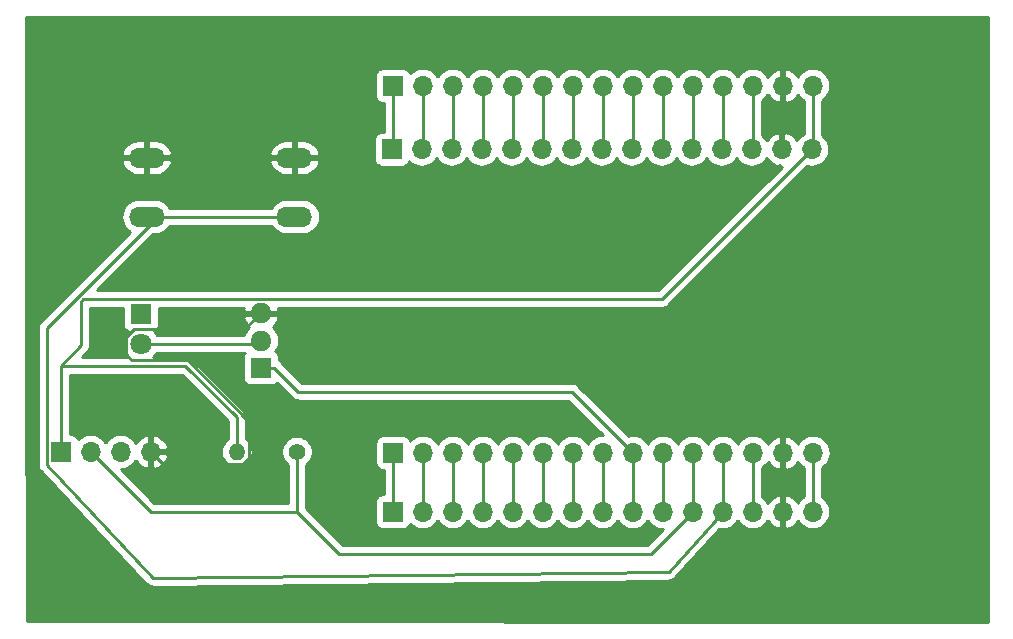
<source format=gbr>
G04 #@! TF.GenerationSoftware,KiCad,Pcbnew,(5.1.2)-1*
G04 #@! TF.CreationDate,2019-06-12T09:12:15+03:00*
G04 #@! TF.ProjectId,esp32-ac-board,65737033-322d-4616-932d-626f6172642e,rev?*
G04 #@! TF.SameCoordinates,Original*
G04 #@! TF.FileFunction,Copper,L1,Top*
G04 #@! TF.FilePolarity,Positive*
%FSLAX46Y46*%
G04 Gerber Fmt 4.6, Leading zero omitted, Abs format (unit mm)*
G04 Created by KiCad (PCBNEW (5.1.2)-1) date 2019-06-12 09:12:15*
%MOMM*%
%LPD*%
G04 APERTURE LIST*
%ADD10R,1.800000X1.800000*%
%ADD11C,1.800000*%
%ADD12R,1.700000X1.700000*%
%ADD13O,1.700000X1.700000*%
%ADD14R,1.800000X1.717500*%
%ADD15O,1.800000X1.717500*%
%ADD16C,1.400000*%
%ADD17O,1.400000X1.400000*%
%ADD18O,3.048000X1.727200*%
%ADD19C,0.250000*%
%ADD20C,0.254000*%
G04 APERTURE END LIST*
D10*
X132080000Y-92964000D03*
D11*
X132080000Y-95504000D03*
D12*
X125290000Y-104648000D03*
D13*
X127830000Y-104648000D03*
X130370000Y-104648000D03*
X132910000Y-104648000D03*
X188885000Y-79045000D03*
X186345000Y-79045000D03*
X183805000Y-79045000D03*
X181265000Y-79045000D03*
X178725000Y-79045000D03*
X176185000Y-79045000D03*
X173645000Y-79045000D03*
X171105000Y-79045000D03*
X168565000Y-79045000D03*
X166025000Y-79045000D03*
X163485000Y-79045000D03*
X160945000Y-79045000D03*
X158405000Y-79045000D03*
X155865000Y-79045000D03*
D12*
X153325000Y-79045000D03*
X153325000Y-79045000D03*
D13*
X155865000Y-79045000D03*
X158405000Y-79045000D03*
X160945000Y-79045000D03*
X163485000Y-79045000D03*
X166025000Y-79045000D03*
X168565000Y-79045000D03*
X171105000Y-79045000D03*
X173645000Y-79045000D03*
X176185000Y-79045000D03*
X178725000Y-79045000D03*
X181265000Y-79045000D03*
X183805000Y-79045000D03*
X186345000Y-79045000D03*
X188885000Y-79045000D03*
X188985000Y-104745000D03*
X186445000Y-104745000D03*
X183905000Y-104745000D03*
X181365000Y-104745000D03*
X178825000Y-104745000D03*
X176285000Y-104745000D03*
X173745000Y-104745000D03*
X171205000Y-104745000D03*
X168665000Y-104745000D03*
X166125000Y-104745000D03*
X163585000Y-104745000D03*
X161045000Y-104745000D03*
X158505000Y-104745000D03*
X155965000Y-104745000D03*
D12*
X153425000Y-104745000D03*
X153425000Y-104745000D03*
D13*
X155965000Y-104745000D03*
X158505000Y-104745000D03*
X161045000Y-104745000D03*
X163585000Y-104745000D03*
X166125000Y-104745000D03*
X168665000Y-104745000D03*
X171205000Y-104745000D03*
X173745000Y-104745000D03*
X176285000Y-104745000D03*
X178825000Y-104745000D03*
X181365000Y-104745000D03*
X183905000Y-104745000D03*
X186445000Y-104745000D03*
X188985000Y-104745000D03*
X188976000Y-109728000D03*
X186436000Y-109728000D03*
X183896000Y-109728000D03*
X181356000Y-109728000D03*
X178816000Y-109728000D03*
X176276000Y-109728000D03*
X173736000Y-109728000D03*
X171196000Y-109728000D03*
X168656000Y-109728000D03*
X166116000Y-109728000D03*
X163576000Y-109728000D03*
X161036000Y-109728000D03*
X158496000Y-109728000D03*
X155956000Y-109728000D03*
D12*
X153416000Y-109728000D03*
X153416000Y-73660000D03*
D13*
X155956000Y-73660000D03*
X158496000Y-73660000D03*
X161036000Y-73660000D03*
X163576000Y-73660000D03*
X166116000Y-73660000D03*
X168656000Y-73660000D03*
X171196000Y-73660000D03*
X173736000Y-73660000D03*
X176276000Y-73660000D03*
X178816000Y-73660000D03*
X181356000Y-73660000D03*
X183896000Y-73660000D03*
X186436000Y-73660000D03*
X188976000Y-73660000D03*
D14*
X142240000Y-97536000D03*
D15*
X142240000Y-95246000D03*
X142240000Y-92956000D03*
D16*
X145288000Y-104648000D03*
D17*
X140208000Y-104648000D03*
D18*
X145088000Y-79756000D03*
X145088000Y-84756000D03*
X132588000Y-79756000D03*
X132588000Y-84756000D03*
D19*
X141982000Y-95504000D02*
X142240000Y-95246000D01*
X132080000Y-95504000D02*
X141982000Y-95504000D01*
X188976000Y-78954000D02*
X188885000Y-79045000D01*
X188976000Y-73660000D02*
X188976000Y-78954000D01*
X176191001Y-91738999D02*
X188885000Y-79045000D01*
X127209001Y-91738999D02*
X176191001Y-91738999D01*
X127000000Y-91948000D02*
X127209001Y-91738999D01*
X127000000Y-95658998D02*
X127000000Y-91948000D01*
X125290000Y-104648000D02*
X125290000Y-97368998D01*
X125290000Y-97368998D02*
X127000000Y-95658998D01*
X140208000Y-104648000D02*
X140208000Y-101727000D01*
X135849998Y-97368998D02*
X125290000Y-97368998D01*
X140208000Y-101727000D02*
X135849998Y-97368998D01*
X178825000Y-109719000D02*
X178816000Y-109728000D01*
X178825000Y-104745000D02*
X178825000Y-109719000D01*
X127830000Y-104648000D02*
X132910000Y-109728000D01*
X132910000Y-109728000D02*
X145288000Y-109728000D01*
X145288000Y-109728000D02*
X145288000Y-104648000D01*
X145288000Y-109728000D02*
X148844000Y-113284000D01*
X175260000Y-113284000D02*
X178816000Y-109728000D01*
X148844000Y-113284000D02*
X175260000Y-113284000D01*
X186345000Y-73751000D02*
X186436000Y-73660000D01*
X186345000Y-79045000D02*
X186345000Y-73751000D01*
X186445000Y-109719000D02*
X186436000Y-109728000D01*
X186445000Y-104745000D02*
X186445000Y-109719000D01*
X133935001Y-105673001D02*
X133759999Y-105497999D01*
X133759999Y-105497999D02*
X132910000Y-104648000D01*
X140700001Y-105673001D02*
X133935001Y-105673001D01*
X141233001Y-102115591D02*
X141233001Y-105140001D01*
X131335989Y-96918989D02*
X136036399Y-96918989D01*
X130854999Y-96437999D02*
X131335989Y-96918989D01*
X130854999Y-94915999D02*
X130854999Y-96437999D01*
X131491999Y-94278999D02*
X130854999Y-94915999D01*
X140875751Y-94278999D02*
X131491999Y-94278999D01*
X141233001Y-105140001D02*
X140700001Y-105673001D01*
X142198750Y-92956000D02*
X140875751Y-94278999D01*
X136036399Y-96918989D02*
X141233001Y-102115591D01*
X142240000Y-92956000D02*
X142198750Y-92956000D01*
X183896000Y-78954000D02*
X183805000Y-79045000D01*
X183896000Y-73660000D02*
X183896000Y-78954000D01*
X181356000Y-78954000D02*
X181265000Y-79045000D01*
X181356000Y-73660000D02*
X181356000Y-78954000D01*
X178816000Y-78954000D02*
X178725000Y-79045000D01*
X178816000Y-73660000D02*
X178816000Y-78954000D01*
X176276000Y-78954000D02*
X176185000Y-79045000D01*
X176276000Y-73660000D02*
X176276000Y-78954000D01*
X173736000Y-78954000D02*
X173645000Y-79045000D01*
X173736000Y-73660000D02*
X173736000Y-78954000D01*
X171196000Y-78954000D02*
X171105000Y-79045000D01*
X171196000Y-73660000D02*
X171196000Y-78954000D01*
X168656000Y-78954000D02*
X168565000Y-79045000D01*
X168656000Y-73660000D02*
X168656000Y-78954000D01*
X166116000Y-78954000D02*
X166025000Y-79045000D01*
X166116000Y-73660000D02*
X166116000Y-78954000D01*
X163576000Y-78954000D02*
X163485000Y-79045000D01*
X163576000Y-73660000D02*
X163576000Y-78954000D01*
X161036000Y-78954000D02*
X160945000Y-79045000D01*
X161036000Y-73660000D02*
X161036000Y-78954000D01*
X158496000Y-78954000D02*
X158405000Y-79045000D01*
X158496000Y-73660000D02*
X158496000Y-78954000D01*
X155956000Y-78954000D02*
X155865000Y-79045000D01*
X155956000Y-73660000D02*
X155956000Y-78954000D01*
X153416000Y-78954000D02*
X153325000Y-79045000D01*
X153416000Y-73660000D02*
X153416000Y-78954000D01*
X183905000Y-109719000D02*
X183896000Y-109728000D01*
X183905000Y-104745000D02*
X183905000Y-109719000D01*
X181365000Y-109719000D02*
X181356000Y-109728000D01*
X181365000Y-104745000D02*
X181365000Y-109719000D01*
X176765858Y-114808000D02*
X181356000Y-109728000D01*
X133096000Y-115316000D02*
X176765858Y-114808000D01*
X124114999Y-105758001D02*
X133096000Y-115316000D01*
X124114999Y-94196591D02*
X124114999Y-105758001D01*
X133555590Y-84756000D02*
X124114999Y-94196591D01*
X143314000Y-84756000D02*
X132588000Y-84756000D01*
X145088000Y-84756000D02*
X143314000Y-84756000D01*
X176285000Y-109719000D02*
X176276000Y-109728000D01*
X176285000Y-104745000D02*
X176285000Y-109719000D01*
X173745000Y-109719000D02*
X173736000Y-109728000D01*
X173745000Y-104745000D02*
X173745000Y-109719000D01*
X143390000Y-97536000D02*
X145422000Y-99568000D01*
X142240000Y-97536000D02*
X143390000Y-97536000D01*
X168568000Y-99568000D02*
X173745000Y-104745000D01*
X145422000Y-99568000D02*
X168568000Y-99568000D01*
X171205000Y-109719000D02*
X171196000Y-109728000D01*
X171205000Y-104745000D02*
X171205000Y-109719000D01*
X168665000Y-109719000D02*
X168656000Y-109728000D01*
X168665000Y-104745000D02*
X168665000Y-109719000D01*
X166125000Y-109719000D02*
X166116000Y-109728000D01*
X166125000Y-104745000D02*
X166125000Y-109719000D01*
X163576000Y-104754000D02*
X163585000Y-104745000D01*
X163576000Y-109728000D02*
X163576000Y-104754000D01*
X161036000Y-104754000D02*
X161045000Y-104745000D01*
X161036000Y-109728000D02*
X161036000Y-104754000D01*
X158496000Y-104754000D02*
X158505000Y-104745000D01*
X158496000Y-109728000D02*
X158496000Y-104754000D01*
X155956000Y-104754000D02*
X155965000Y-104745000D01*
X155956000Y-109728000D02*
X155956000Y-104754000D01*
X153416000Y-104754000D02*
X153425000Y-104745000D01*
X153416000Y-109728000D02*
X153416000Y-104754000D01*
X188985000Y-109719000D02*
X188976000Y-109728000D01*
X188985000Y-104745000D02*
X188985000Y-109719000D01*
D20*
G36*
X203810001Y-119099986D02*
G01*
X122451406Y-118975011D01*
X122391410Y-94196591D01*
X123351323Y-94196591D01*
X123354999Y-94233913D01*
X123355000Y-105708802D01*
X123351692Y-105734245D01*
X123355000Y-105783499D01*
X123355000Y-105795334D01*
X123357499Y-105820705D01*
X123361724Y-105883614D01*
X123364829Y-105895128D01*
X123365997Y-105906987D01*
X123384285Y-105967277D01*
X123400703Y-106028157D01*
X123405995Y-106038844D01*
X123409454Y-106050248D01*
X123439161Y-106105826D01*
X123467134Y-106162318D01*
X123474407Y-106171765D01*
X123480026Y-106182277D01*
X123520001Y-106230987D01*
X123535576Y-106251217D01*
X123543693Y-106259855D01*
X123574999Y-106298002D01*
X123594826Y-106314274D01*
X132527734Y-115821091D01*
X132562317Y-115862245D01*
X132608035Y-115898883D01*
X132652176Y-115937468D01*
X132666368Y-115945631D01*
X132679139Y-115955866D01*
X132731131Y-115982884D01*
X132781946Y-116012113D01*
X132797458Y-116017351D01*
X132811980Y-116024897D01*
X132868256Y-116041255D01*
X132923785Y-116060005D01*
X132940016Y-116062115D01*
X132955737Y-116066685D01*
X133014135Y-116071751D01*
X133072243Y-116079306D01*
X133125891Y-116075703D01*
X176752214Y-115568210D01*
X176804493Y-115570698D01*
X176863856Y-115561800D01*
X176923546Y-115555219D01*
X176937783Y-115550719D01*
X176952546Y-115548506D01*
X177009046Y-115528193D01*
X177066292Y-115510098D01*
X177079373Y-115502909D01*
X177093425Y-115497857D01*
X177144891Y-115466902D01*
X177197491Y-115437995D01*
X177208917Y-115428393D01*
X177221715Y-115420696D01*
X177266139Y-115380308D01*
X177312104Y-115341683D01*
X177344846Y-115300827D01*
X181059407Y-111189850D01*
X181064889Y-111191513D01*
X181283050Y-111213000D01*
X181428950Y-111213000D01*
X181647111Y-111191513D01*
X181927034Y-111106599D01*
X182185014Y-110968706D01*
X182411134Y-110783134D01*
X182596706Y-110557014D01*
X182626000Y-110502209D01*
X182655294Y-110557014D01*
X182840866Y-110783134D01*
X183066986Y-110968706D01*
X183324966Y-111106599D01*
X183604889Y-111191513D01*
X183823050Y-111213000D01*
X183968950Y-111213000D01*
X184187111Y-111191513D01*
X184467034Y-111106599D01*
X184725014Y-110968706D01*
X184951134Y-110783134D01*
X185136706Y-110557014D01*
X185171201Y-110492477D01*
X185240822Y-110609355D01*
X185435731Y-110825588D01*
X185669080Y-110999641D01*
X185931901Y-111124825D01*
X186079110Y-111169476D01*
X186309000Y-111048155D01*
X186309000Y-109855000D01*
X186289000Y-109855000D01*
X186289000Y-109601000D01*
X186309000Y-109601000D01*
X186309000Y-108407845D01*
X186563000Y-108407845D01*
X186563000Y-109601000D01*
X186583000Y-109601000D01*
X186583000Y-109855000D01*
X186563000Y-109855000D01*
X186563000Y-111048155D01*
X186792890Y-111169476D01*
X186940099Y-111124825D01*
X187202920Y-110999641D01*
X187436269Y-110825588D01*
X187631178Y-110609355D01*
X187700799Y-110492477D01*
X187735294Y-110557014D01*
X187920866Y-110783134D01*
X188146986Y-110968706D01*
X188404966Y-111106599D01*
X188684889Y-111191513D01*
X188903050Y-111213000D01*
X189048950Y-111213000D01*
X189267111Y-111191513D01*
X189547034Y-111106599D01*
X189805014Y-110968706D01*
X190031134Y-110783134D01*
X190216706Y-110557014D01*
X190354599Y-110299034D01*
X190439513Y-110019111D01*
X190468185Y-109728000D01*
X190439513Y-109436889D01*
X190354599Y-109156966D01*
X190216706Y-108898986D01*
X190031134Y-108672866D01*
X189805014Y-108487294D01*
X189745000Y-108455216D01*
X189745000Y-106022595D01*
X189814014Y-105985706D01*
X190040134Y-105800134D01*
X190225706Y-105574014D01*
X190363599Y-105316034D01*
X190448513Y-105036111D01*
X190477185Y-104745000D01*
X190448513Y-104453889D01*
X190363599Y-104173966D01*
X190225706Y-103915986D01*
X190040134Y-103689866D01*
X189814014Y-103504294D01*
X189556034Y-103366401D01*
X189276111Y-103281487D01*
X189057950Y-103260000D01*
X188912050Y-103260000D01*
X188693889Y-103281487D01*
X188413966Y-103366401D01*
X188155986Y-103504294D01*
X187929866Y-103689866D01*
X187744294Y-103915986D01*
X187709799Y-103980523D01*
X187640178Y-103863645D01*
X187445269Y-103647412D01*
X187211920Y-103473359D01*
X186949099Y-103348175D01*
X186801890Y-103303524D01*
X186572000Y-103424845D01*
X186572000Y-104618000D01*
X186592000Y-104618000D01*
X186592000Y-104872000D01*
X186572000Y-104872000D01*
X186572000Y-106065155D01*
X186801890Y-106186476D01*
X186949099Y-106141825D01*
X187211920Y-106016641D01*
X187445269Y-105842588D01*
X187640178Y-105626355D01*
X187709799Y-105509477D01*
X187744294Y-105574014D01*
X187929866Y-105800134D01*
X188155986Y-105985706D01*
X188225000Y-106022595D01*
X188225001Y-108445594D01*
X188146986Y-108487294D01*
X187920866Y-108672866D01*
X187735294Y-108898986D01*
X187700799Y-108963523D01*
X187631178Y-108846645D01*
X187436269Y-108630412D01*
X187202920Y-108456359D01*
X186940099Y-108331175D01*
X186792890Y-108286524D01*
X186563000Y-108407845D01*
X186309000Y-108407845D01*
X186079110Y-108286524D01*
X185931901Y-108331175D01*
X185669080Y-108456359D01*
X185435731Y-108630412D01*
X185240822Y-108846645D01*
X185171201Y-108963523D01*
X185136706Y-108898986D01*
X184951134Y-108672866D01*
X184725014Y-108487294D01*
X184665000Y-108455216D01*
X184665000Y-106022595D01*
X184734014Y-105985706D01*
X184960134Y-105800134D01*
X185145706Y-105574014D01*
X185180201Y-105509477D01*
X185249822Y-105626355D01*
X185444731Y-105842588D01*
X185678080Y-106016641D01*
X185940901Y-106141825D01*
X186088110Y-106186476D01*
X186318000Y-106065155D01*
X186318000Y-104872000D01*
X186298000Y-104872000D01*
X186298000Y-104618000D01*
X186318000Y-104618000D01*
X186318000Y-103424845D01*
X186088110Y-103303524D01*
X185940901Y-103348175D01*
X185678080Y-103473359D01*
X185444731Y-103647412D01*
X185249822Y-103863645D01*
X185180201Y-103980523D01*
X185145706Y-103915986D01*
X184960134Y-103689866D01*
X184734014Y-103504294D01*
X184476034Y-103366401D01*
X184196111Y-103281487D01*
X183977950Y-103260000D01*
X183832050Y-103260000D01*
X183613889Y-103281487D01*
X183333966Y-103366401D01*
X183075986Y-103504294D01*
X182849866Y-103689866D01*
X182664294Y-103915986D01*
X182635000Y-103970791D01*
X182605706Y-103915986D01*
X182420134Y-103689866D01*
X182194014Y-103504294D01*
X181936034Y-103366401D01*
X181656111Y-103281487D01*
X181437950Y-103260000D01*
X181292050Y-103260000D01*
X181073889Y-103281487D01*
X180793966Y-103366401D01*
X180535986Y-103504294D01*
X180309866Y-103689866D01*
X180124294Y-103915986D01*
X180095000Y-103970791D01*
X180065706Y-103915986D01*
X179880134Y-103689866D01*
X179654014Y-103504294D01*
X179396034Y-103366401D01*
X179116111Y-103281487D01*
X178897950Y-103260000D01*
X178752050Y-103260000D01*
X178533889Y-103281487D01*
X178253966Y-103366401D01*
X177995986Y-103504294D01*
X177769866Y-103689866D01*
X177584294Y-103915986D01*
X177555000Y-103970791D01*
X177525706Y-103915986D01*
X177340134Y-103689866D01*
X177114014Y-103504294D01*
X176856034Y-103366401D01*
X176576111Y-103281487D01*
X176357950Y-103260000D01*
X176212050Y-103260000D01*
X175993889Y-103281487D01*
X175713966Y-103366401D01*
X175455986Y-103504294D01*
X175229866Y-103689866D01*
X175044294Y-103915986D01*
X175015000Y-103970791D01*
X174985706Y-103915986D01*
X174800134Y-103689866D01*
X174574014Y-103504294D01*
X174316034Y-103366401D01*
X174036111Y-103281487D01*
X173817950Y-103260000D01*
X173672050Y-103260000D01*
X173453889Y-103281487D01*
X173379005Y-103304203D01*
X169131804Y-99057003D01*
X169108001Y-99027999D01*
X168992276Y-98933026D01*
X168860247Y-98862454D01*
X168716986Y-98818997D01*
X168605333Y-98808000D01*
X168605322Y-98808000D01*
X168568000Y-98804324D01*
X168530678Y-98808000D01*
X145736802Y-98808000D01*
X143953804Y-97025003D01*
X143930001Y-96995999D01*
X143814276Y-96901026D01*
X143778072Y-96881674D01*
X143778072Y-96677250D01*
X143765812Y-96552768D01*
X143729502Y-96433070D01*
X143670537Y-96322756D01*
X143591185Y-96226065D01*
X143494494Y-96146713D01*
X143480550Y-96139260D01*
X143529267Y-96079898D01*
X143667972Y-95820399D01*
X143753386Y-95538826D01*
X143782227Y-95246000D01*
X143753386Y-94953174D01*
X143667972Y-94671601D01*
X143529267Y-94412102D01*
X143342601Y-94184649D01*
X143234079Y-94095587D01*
X143355702Y-93992010D01*
X143537172Y-93762488D01*
X143670378Y-93501973D01*
X143731400Y-93314264D01*
X143610195Y-93083000D01*
X142367000Y-93083000D01*
X142367000Y-93103000D01*
X142113000Y-93103000D01*
X142113000Y-93083000D01*
X140869805Y-93083000D01*
X140748600Y-93314264D01*
X140809622Y-93501973D01*
X140942828Y-93762488D01*
X141124298Y-93992010D01*
X141245921Y-94095587D01*
X141137399Y-94184649D01*
X140950733Y-94412102D01*
X140812028Y-94671601D01*
X140790066Y-94744000D01*
X133418313Y-94744000D01*
X133272312Y-94525495D01*
X133205873Y-94459056D01*
X133224180Y-94453502D01*
X133334494Y-94394537D01*
X133431185Y-94315185D01*
X133510537Y-94218494D01*
X133569502Y-94108180D01*
X133605812Y-93988482D01*
X133618072Y-93864000D01*
X133618072Y-92498999D01*
X140780698Y-92498999D01*
X140748600Y-92597736D01*
X140869805Y-92829000D01*
X142113000Y-92829000D01*
X142113000Y-92809000D01*
X142367000Y-92809000D01*
X142367000Y-92829000D01*
X143610195Y-92829000D01*
X143731400Y-92597736D01*
X143699302Y-92498999D01*
X176153679Y-92498999D01*
X176191001Y-92502675D01*
X176228323Y-92498999D01*
X176228334Y-92498999D01*
X176339987Y-92488002D01*
X176483248Y-92444545D01*
X176615277Y-92373973D01*
X176731002Y-92279000D01*
X176754805Y-92249996D01*
X188519005Y-80485797D01*
X188593889Y-80508513D01*
X188812050Y-80530000D01*
X188957950Y-80530000D01*
X189176111Y-80508513D01*
X189456034Y-80423599D01*
X189714014Y-80285706D01*
X189940134Y-80100134D01*
X190125706Y-79874014D01*
X190263599Y-79616034D01*
X190348513Y-79336111D01*
X190377185Y-79045000D01*
X190348513Y-78753889D01*
X190263599Y-78473966D01*
X190125706Y-78215986D01*
X189940134Y-77989866D01*
X189736000Y-77822337D01*
X189736000Y-74937595D01*
X189805014Y-74900706D01*
X190031134Y-74715134D01*
X190216706Y-74489014D01*
X190354599Y-74231034D01*
X190439513Y-73951111D01*
X190468185Y-73660000D01*
X190439513Y-73368889D01*
X190354599Y-73088966D01*
X190216706Y-72830986D01*
X190031134Y-72604866D01*
X189805014Y-72419294D01*
X189547034Y-72281401D01*
X189267111Y-72196487D01*
X189048950Y-72175000D01*
X188903050Y-72175000D01*
X188684889Y-72196487D01*
X188404966Y-72281401D01*
X188146986Y-72419294D01*
X187920866Y-72604866D01*
X187735294Y-72830986D01*
X187700799Y-72895523D01*
X187631178Y-72778645D01*
X187436269Y-72562412D01*
X187202920Y-72388359D01*
X186940099Y-72263175D01*
X186792890Y-72218524D01*
X186563000Y-72339845D01*
X186563000Y-73533000D01*
X186583000Y-73533000D01*
X186583000Y-73787000D01*
X186563000Y-73787000D01*
X186563000Y-74980155D01*
X186792890Y-75101476D01*
X186940099Y-75056825D01*
X187202920Y-74931641D01*
X187436269Y-74757588D01*
X187631178Y-74541355D01*
X187700799Y-74424477D01*
X187735294Y-74489014D01*
X187920866Y-74715134D01*
X188146986Y-74900706D01*
X188216000Y-74937595D01*
X188216001Y-77718764D01*
X188055986Y-77804294D01*
X187829866Y-77989866D01*
X187644294Y-78215986D01*
X187609799Y-78280523D01*
X187540178Y-78163645D01*
X187345269Y-77947412D01*
X187111920Y-77773359D01*
X186849099Y-77648175D01*
X186701890Y-77603524D01*
X186472000Y-77724845D01*
X186472000Y-78918000D01*
X186492000Y-78918000D01*
X186492000Y-79172000D01*
X186472000Y-79172000D01*
X186472000Y-79192000D01*
X186218000Y-79192000D01*
X186218000Y-79172000D01*
X186198000Y-79172000D01*
X186198000Y-78918000D01*
X186218000Y-78918000D01*
X186218000Y-77724845D01*
X185988110Y-77603524D01*
X185840901Y-77648175D01*
X185578080Y-77773359D01*
X185344731Y-77947412D01*
X185149822Y-78163645D01*
X185080201Y-78280523D01*
X185045706Y-78215986D01*
X184860134Y-77989866D01*
X184656000Y-77822337D01*
X184656000Y-74937595D01*
X184725014Y-74900706D01*
X184951134Y-74715134D01*
X185136706Y-74489014D01*
X185171201Y-74424477D01*
X185240822Y-74541355D01*
X185435731Y-74757588D01*
X185669080Y-74931641D01*
X185931901Y-75056825D01*
X186079110Y-75101476D01*
X186309000Y-74980155D01*
X186309000Y-73787000D01*
X186289000Y-73787000D01*
X186289000Y-73533000D01*
X186309000Y-73533000D01*
X186309000Y-72339845D01*
X186079110Y-72218524D01*
X185931901Y-72263175D01*
X185669080Y-72388359D01*
X185435731Y-72562412D01*
X185240822Y-72778645D01*
X185171201Y-72895523D01*
X185136706Y-72830986D01*
X184951134Y-72604866D01*
X184725014Y-72419294D01*
X184467034Y-72281401D01*
X184187111Y-72196487D01*
X183968950Y-72175000D01*
X183823050Y-72175000D01*
X183604889Y-72196487D01*
X183324966Y-72281401D01*
X183066986Y-72419294D01*
X182840866Y-72604866D01*
X182655294Y-72830986D01*
X182626000Y-72885791D01*
X182596706Y-72830986D01*
X182411134Y-72604866D01*
X182185014Y-72419294D01*
X181927034Y-72281401D01*
X181647111Y-72196487D01*
X181428950Y-72175000D01*
X181283050Y-72175000D01*
X181064889Y-72196487D01*
X180784966Y-72281401D01*
X180526986Y-72419294D01*
X180300866Y-72604866D01*
X180115294Y-72830986D01*
X180086000Y-72885791D01*
X180056706Y-72830986D01*
X179871134Y-72604866D01*
X179645014Y-72419294D01*
X179387034Y-72281401D01*
X179107111Y-72196487D01*
X178888950Y-72175000D01*
X178743050Y-72175000D01*
X178524889Y-72196487D01*
X178244966Y-72281401D01*
X177986986Y-72419294D01*
X177760866Y-72604866D01*
X177575294Y-72830986D01*
X177546000Y-72885791D01*
X177516706Y-72830986D01*
X177331134Y-72604866D01*
X177105014Y-72419294D01*
X176847034Y-72281401D01*
X176567111Y-72196487D01*
X176348950Y-72175000D01*
X176203050Y-72175000D01*
X175984889Y-72196487D01*
X175704966Y-72281401D01*
X175446986Y-72419294D01*
X175220866Y-72604866D01*
X175035294Y-72830986D01*
X175006000Y-72885791D01*
X174976706Y-72830986D01*
X174791134Y-72604866D01*
X174565014Y-72419294D01*
X174307034Y-72281401D01*
X174027111Y-72196487D01*
X173808950Y-72175000D01*
X173663050Y-72175000D01*
X173444889Y-72196487D01*
X173164966Y-72281401D01*
X172906986Y-72419294D01*
X172680866Y-72604866D01*
X172495294Y-72830986D01*
X172466000Y-72885791D01*
X172436706Y-72830986D01*
X172251134Y-72604866D01*
X172025014Y-72419294D01*
X171767034Y-72281401D01*
X171487111Y-72196487D01*
X171268950Y-72175000D01*
X171123050Y-72175000D01*
X170904889Y-72196487D01*
X170624966Y-72281401D01*
X170366986Y-72419294D01*
X170140866Y-72604866D01*
X169955294Y-72830986D01*
X169926000Y-72885791D01*
X169896706Y-72830986D01*
X169711134Y-72604866D01*
X169485014Y-72419294D01*
X169227034Y-72281401D01*
X168947111Y-72196487D01*
X168728950Y-72175000D01*
X168583050Y-72175000D01*
X168364889Y-72196487D01*
X168084966Y-72281401D01*
X167826986Y-72419294D01*
X167600866Y-72604866D01*
X167415294Y-72830986D01*
X167386000Y-72885791D01*
X167356706Y-72830986D01*
X167171134Y-72604866D01*
X166945014Y-72419294D01*
X166687034Y-72281401D01*
X166407111Y-72196487D01*
X166188950Y-72175000D01*
X166043050Y-72175000D01*
X165824889Y-72196487D01*
X165544966Y-72281401D01*
X165286986Y-72419294D01*
X165060866Y-72604866D01*
X164875294Y-72830986D01*
X164846000Y-72885791D01*
X164816706Y-72830986D01*
X164631134Y-72604866D01*
X164405014Y-72419294D01*
X164147034Y-72281401D01*
X163867111Y-72196487D01*
X163648950Y-72175000D01*
X163503050Y-72175000D01*
X163284889Y-72196487D01*
X163004966Y-72281401D01*
X162746986Y-72419294D01*
X162520866Y-72604866D01*
X162335294Y-72830986D01*
X162306000Y-72885791D01*
X162276706Y-72830986D01*
X162091134Y-72604866D01*
X161865014Y-72419294D01*
X161607034Y-72281401D01*
X161327111Y-72196487D01*
X161108950Y-72175000D01*
X160963050Y-72175000D01*
X160744889Y-72196487D01*
X160464966Y-72281401D01*
X160206986Y-72419294D01*
X159980866Y-72604866D01*
X159795294Y-72830986D01*
X159766000Y-72885791D01*
X159736706Y-72830986D01*
X159551134Y-72604866D01*
X159325014Y-72419294D01*
X159067034Y-72281401D01*
X158787111Y-72196487D01*
X158568950Y-72175000D01*
X158423050Y-72175000D01*
X158204889Y-72196487D01*
X157924966Y-72281401D01*
X157666986Y-72419294D01*
X157440866Y-72604866D01*
X157255294Y-72830986D01*
X157226000Y-72885791D01*
X157196706Y-72830986D01*
X157011134Y-72604866D01*
X156785014Y-72419294D01*
X156527034Y-72281401D01*
X156247111Y-72196487D01*
X156028950Y-72175000D01*
X155883050Y-72175000D01*
X155664889Y-72196487D01*
X155384966Y-72281401D01*
X155126986Y-72419294D01*
X154900866Y-72604866D01*
X154876393Y-72634687D01*
X154855502Y-72565820D01*
X154796537Y-72455506D01*
X154717185Y-72358815D01*
X154620494Y-72279463D01*
X154510180Y-72220498D01*
X154390482Y-72184188D01*
X154266000Y-72171928D01*
X152566000Y-72171928D01*
X152441518Y-72184188D01*
X152321820Y-72220498D01*
X152211506Y-72279463D01*
X152114815Y-72358815D01*
X152035463Y-72455506D01*
X151976498Y-72565820D01*
X151940188Y-72685518D01*
X151927928Y-72810000D01*
X151927928Y-74510000D01*
X151940188Y-74634482D01*
X151976498Y-74754180D01*
X152035463Y-74864494D01*
X152114815Y-74961185D01*
X152211506Y-75040537D01*
X152321820Y-75099502D01*
X152441518Y-75135812D01*
X152566000Y-75148072D01*
X152656000Y-75148072D01*
X152656001Y-77556928D01*
X152475000Y-77556928D01*
X152350518Y-77569188D01*
X152230820Y-77605498D01*
X152120506Y-77664463D01*
X152023815Y-77743815D01*
X151944463Y-77840506D01*
X151885498Y-77950820D01*
X151849188Y-78070518D01*
X151836928Y-78195000D01*
X151836928Y-79895000D01*
X151849188Y-80019482D01*
X151885498Y-80139180D01*
X151944463Y-80249494D01*
X152023815Y-80346185D01*
X152120506Y-80425537D01*
X152230820Y-80484502D01*
X152350518Y-80520812D01*
X152475000Y-80533072D01*
X154175000Y-80533072D01*
X154299482Y-80520812D01*
X154419180Y-80484502D01*
X154529494Y-80425537D01*
X154626185Y-80346185D01*
X154705537Y-80249494D01*
X154764502Y-80139180D01*
X154785393Y-80070313D01*
X154809866Y-80100134D01*
X155035986Y-80285706D01*
X155293966Y-80423599D01*
X155573889Y-80508513D01*
X155792050Y-80530000D01*
X155937950Y-80530000D01*
X156156111Y-80508513D01*
X156436034Y-80423599D01*
X156694014Y-80285706D01*
X156920134Y-80100134D01*
X157105706Y-79874014D01*
X157135000Y-79819209D01*
X157164294Y-79874014D01*
X157349866Y-80100134D01*
X157575986Y-80285706D01*
X157833966Y-80423599D01*
X158113889Y-80508513D01*
X158332050Y-80530000D01*
X158477950Y-80530000D01*
X158696111Y-80508513D01*
X158976034Y-80423599D01*
X159234014Y-80285706D01*
X159460134Y-80100134D01*
X159645706Y-79874014D01*
X159675000Y-79819209D01*
X159704294Y-79874014D01*
X159889866Y-80100134D01*
X160115986Y-80285706D01*
X160373966Y-80423599D01*
X160653889Y-80508513D01*
X160872050Y-80530000D01*
X161017950Y-80530000D01*
X161236111Y-80508513D01*
X161516034Y-80423599D01*
X161774014Y-80285706D01*
X162000134Y-80100134D01*
X162185706Y-79874014D01*
X162215000Y-79819209D01*
X162244294Y-79874014D01*
X162429866Y-80100134D01*
X162655986Y-80285706D01*
X162913966Y-80423599D01*
X163193889Y-80508513D01*
X163412050Y-80530000D01*
X163557950Y-80530000D01*
X163776111Y-80508513D01*
X164056034Y-80423599D01*
X164314014Y-80285706D01*
X164540134Y-80100134D01*
X164725706Y-79874014D01*
X164755000Y-79819209D01*
X164784294Y-79874014D01*
X164969866Y-80100134D01*
X165195986Y-80285706D01*
X165453966Y-80423599D01*
X165733889Y-80508513D01*
X165952050Y-80530000D01*
X166097950Y-80530000D01*
X166316111Y-80508513D01*
X166596034Y-80423599D01*
X166854014Y-80285706D01*
X167080134Y-80100134D01*
X167265706Y-79874014D01*
X167295000Y-79819209D01*
X167324294Y-79874014D01*
X167509866Y-80100134D01*
X167735986Y-80285706D01*
X167993966Y-80423599D01*
X168273889Y-80508513D01*
X168492050Y-80530000D01*
X168637950Y-80530000D01*
X168856111Y-80508513D01*
X169136034Y-80423599D01*
X169394014Y-80285706D01*
X169620134Y-80100134D01*
X169805706Y-79874014D01*
X169835000Y-79819209D01*
X169864294Y-79874014D01*
X170049866Y-80100134D01*
X170275986Y-80285706D01*
X170533966Y-80423599D01*
X170813889Y-80508513D01*
X171032050Y-80530000D01*
X171177950Y-80530000D01*
X171396111Y-80508513D01*
X171676034Y-80423599D01*
X171934014Y-80285706D01*
X172160134Y-80100134D01*
X172345706Y-79874014D01*
X172375000Y-79819209D01*
X172404294Y-79874014D01*
X172589866Y-80100134D01*
X172815986Y-80285706D01*
X173073966Y-80423599D01*
X173353889Y-80508513D01*
X173572050Y-80530000D01*
X173717950Y-80530000D01*
X173936111Y-80508513D01*
X174216034Y-80423599D01*
X174474014Y-80285706D01*
X174700134Y-80100134D01*
X174885706Y-79874014D01*
X174915000Y-79819209D01*
X174944294Y-79874014D01*
X175129866Y-80100134D01*
X175355986Y-80285706D01*
X175613966Y-80423599D01*
X175893889Y-80508513D01*
X176112050Y-80530000D01*
X176257950Y-80530000D01*
X176476111Y-80508513D01*
X176756034Y-80423599D01*
X177014014Y-80285706D01*
X177240134Y-80100134D01*
X177425706Y-79874014D01*
X177455000Y-79819209D01*
X177484294Y-79874014D01*
X177669866Y-80100134D01*
X177895986Y-80285706D01*
X178153966Y-80423599D01*
X178433889Y-80508513D01*
X178652050Y-80530000D01*
X178797950Y-80530000D01*
X179016111Y-80508513D01*
X179296034Y-80423599D01*
X179554014Y-80285706D01*
X179780134Y-80100134D01*
X179965706Y-79874014D01*
X179995000Y-79819209D01*
X180024294Y-79874014D01*
X180209866Y-80100134D01*
X180435986Y-80285706D01*
X180693966Y-80423599D01*
X180973889Y-80508513D01*
X181192050Y-80530000D01*
X181337950Y-80530000D01*
X181556111Y-80508513D01*
X181836034Y-80423599D01*
X182094014Y-80285706D01*
X182320134Y-80100134D01*
X182505706Y-79874014D01*
X182535000Y-79819209D01*
X182564294Y-79874014D01*
X182749866Y-80100134D01*
X182975986Y-80285706D01*
X183233966Y-80423599D01*
X183513889Y-80508513D01*
X183732050Y-80530000D01*
X183877950Y-80530000D01*
X184096111Y-80508513D01*
X184376034Y-80423599D01*
X184634014Y-80285706D01*
X184860134Y-80100134D01*
X185045706Y-79874014D01*
X185080201Y-79809477D01*
X185149822Y-79926355D01*
X185344731Y-80142588D01*
X185578080Y-80316641D01*
X185840901Y-80441825D01*
X185988110Y-80486476D01*
X186217998Y-80365156D01*
X186217998Y-80530000D01*
X186325198Y-80530000D01*
X175876200Y-90978999D01*
X128407392Y-90978999D01*
X133131792Y-86254600D01*
X133322019Y-86254600D01*
X133542177Y-86232916D01*
X133824664Y-86147225D01*
X134085006Y-86008069D01*
X134313197Y-85820797D01*
X134500469Y-85592606D01*
X134541416Y-85516000D01*
X143134584Y-85516000D01*
X143175531Y-85592606D01*
X143362803Y-85820797D01*
X143590994Y-86008069D01*
X143851336Y-86147225D01*
X144133823Y-86232916D01*
X144353981Y-86254600D01*
X145822019Y-86254600D01*
X146042177Y-86232916D01*
X146324664Y-86147225D01*
X146585006Y-86008069D01*
X146813197Y-85820797D01*
X147000469Y-85592606D01*
X147139625Y-85332264D01*
X147225316Y-85049777D01*
X147254251Y-84756000D01*
X147225316Y-84462223D01*
X147139625Y-84179736D01*
X147000469Y-83919394D01*
X146813197Y-83691203D01*
X146585006Y-83503931D01*
X146324664Y-83364775D01*
X146042177Y-83279084D01*
X145822019Y-83257400D01*
X144353981Y-83257400D01*
X144133823Y-83279084D01*
X143851336Y-83364775D01*
X143590994Y-83503931D01*
X143362803Y-83691203D01*
X143175531Y-83919394D01*
X143134584Y-83996000D01*
X134541416Y-83996000D01*
X134500469Y-83919394D01*
X134313197Y-83691203D01*
X134085006Y-83503931D01*
X133824664Y-83364775D01*
X133542177Y-83279084D01*
X133322019Y-83257400D01*
X131853981Y-83257400D01*
X131633823Y-83279084D01*
X131351336Y-83364775D01*
X131090994Y-83503931D01*
X130862803Y-83691203D01*
X130675531Y-83919394D01*
X130536375Y-84179736D01*
X130450684Y-84462223D01*
X130421749Y-84756000D01*
X130450684Y-85049777D01*
X130536375Y-85332264D01*
X130675531Y-85592606D01*
X130862803Y-85820797D01*
X131090994Y-86008069D01*
X131180746Y-86056042D01*
X123604002Y-93632787D01*
X123574998Y-93656590D01*
X123519870Y-93723765D01*
X123480025Y-93772315D01*
X123433542Y-93859278D01*
X123409453Y-93904345D01*
X123365996Y-94047606D01*
X123354999Y-94159259D01*
X123354999Y-94159269D01*
X123351323Y-94196591D01*
X122391410Y-94196591D01*
X122357314Y-80115026D01*
X130472642Y-80115026D01*
X130494473Y-80212157D01*
X130611002Y-80482981D01*
X130778127Y-80725868D01*
X130989426Y-80931483D01*
X131236778Y-81091925D01*
X131510678Y-81201028D01*
X131800600Y-81254600D01*
X132461000Y-81254600D01*
X132461000Y-79883000D01*
X132715000Y-79883000D01*
X132715000Y-81254600D01*
X133375400Y-81254600D01*
X133665322Y-81201028D01*
X133939222Y-81091925D01*
X134186574Y-80931483D01*
X134397873Y-80725868D01*
X134564998Y-80482981D01*
X134681527Y-80212157D01*
X134703358Y-80115026D01*
X142972642Y-80115026D01*
X142994473Y-80212157D01*
X143111002Y-80482981D01*
X143278127Y-80725868D01*
X143489426Y-80931483D01*
X143736778Y-81091925D01*
X144010678Y-81201028D01*
X144300600Y-81254600D01*
X144961000Y-81254600D01*
X144961000Y-79883000D01*
X145215000Y-79883000D01*
X145215000Y-81254600D01*
X145875400Y-81254600D01*
X146165322Y-81201028D01*
X146439222Y-81091925D01*
X146686574Y-80931483D01*
X146897873Y-80725868D01*
X147064998Y-80482981D01*
X147181527Y-80212157D01*
X147203358Y-80115026D01*
X147082217Y-79883000D01*
X145215000Y-79883000D01*
X144961000Y-79883000D01*
X143093783Y-79883000D01*
X142972642Y-80115026D01*
X134703358Y-80115026D01*
X134582217Y-79883000D01*
X132715000Y-79883000D01*
X132461000Y-79883000D01*
X130593783Y-79883000D01*
X130472642Y-80115026D01*
X122357314Y-80115026D01*
X122355576Y-79396974D01*
X130472642Y-79396974D01*
X130593783Y-79629000D01*
X132461000Y-79629000D01*
X132461000Y-78257400D01*
X132715000Y-78257400D01*
X132715000Y-79629000D01*
X134582217Y-79629000D01*
X134703358Y-79396974D01*
X142972642Y-79396974D01*
X143093783Y-79629000D01*
X144961000Y-79629000D01*
X144961000Y-78257400D01*
X145215000Y-78257400D01*
X145215000Y-79629000D01*
X147082217Y-79629000D01*
X147203358Y-79396974D01*
X147181527Y-79299843D01*
X147064998Y-79029019D01*
X146897873Y-78786132D01*
X146686574Y-78580517D01*
X146439222Y-78420075D01*
X146165322Y-78310972D01*
X145875400Y-78257400D01*
X145215000Y-78257400D01*
X144961000Y-78257400D01*
X144300600Y-78257400D01*
X144010678Y-78310972D01*
X143736778Y-78420075D01*
X143489426Y-78580517D01*
X143278127Y-78786132D01*
X143111002Y-79029019D01*
X142994473Y-79299843D01*
X142972642Y-79396974D01*
X134703358Y-79396974D01*
X134681527Y-79299843D01*
X134564998Y-79029019D01*
X134397873Y-78786132D01*
X134186574Y-78580517D01*
X133939222Y-78420075D01*
X133665322Y-78310972D01*
X133375400Y-78257400D01*
X132715000Y-78257400D01*
X132461000Y-78257400D01*
X131800600Y-78257400D01*
X131510678Y-78310972D01*
X131236778Y-78420075D01*
X130989426Y-78580517D01*
X130778127Y-78786132D01*
X130611002Y-79029019D01*
X130494473Y-79299843D01*
X130472642Y-79396974D01*
X122355576Y-79396974D01*
X122327599Y-67843000D01*
X203810000Y-67843000D01*
X203810001Y-119099986D01*
X203810001Y-119099986D01*
G37*
X203810001Y-119099986D02*
X122451406Y-118975011D01*
X122391410Y-94196591D01*
X123351323Y-94196591D01*
X123354999Y-94233913D01*
X123355000Y-105708802D01*
X123351692Y-105734245D01*
X123355000Y-105783499D01*
X123355000Y-105795334D01*
X123357499Y-105820705D01*
X123361724Y-105883614D01*
X123364829Y-105895128D01*
X123365997Y-105906987D01*
X123384285Y-105967277D01*
X123400703Y-106028157D01*
X123405995Y-106038844D01*
X123409454Y-106050248D01*
X123439161Y-106105826D01*
X123467134Y-106162318D01*
X123474407Y-106171765D01*
X123480026Y-106182277D01*
X123520001Y-106230987D01*
X123535576Y-106251217D01*
X123543693Y-106259855D01*
X123574999Y-106298002D01*
X123594826Y-106314274D01*
X132527734Y-115821091D01*
X132562317Y-115862245D01*
X132608035Y-115898883D01*
X132652176Y-115937468D01*
X132666368Y-115945631D01*
X132679139Y-115955866D01*
X132731131Y-115982884D01*
X132781946Y-116012113D01*
X132797458Y-116017351D01*
X132811980Y-116024897D01*
X132868256Y-116041255D01*
X132923785Y-116060005D01*
X132940016Y-116062115D01*
X132955737Y-116066685D01*
X133014135Y-116071751D01*
X133072243Y-116079306D01*
X133125891Y-116075703D01*
X176752214Y-115568210D01*
X176804493Y-115570698D01*
X176863856Y-115561800D01*
X176923546Y-115555219D01*
X176937783Y-115550719D01*
X176952546Y-115548506D01*
X177009046Y-115528193D01*
X177066292Y-115510098D01*
X177079373Y-115502909D01*
X177093425Y-115497857D01*
X177144891Y-115466902D01*
X177197491Y-115437995D01*
X177208917Y-115428393D01*
X177221715Y-115420696D01*
X177266139Y-115380308D01*
X177312104Y-115341683D01*
X177344846Y-115300827D01*
X181059407Y-111189850D01*
X181064889Y-111191513D01*
X181283050Y-111213000D01*
X181428950Y-111213000D01*
X181647111Y-111191513D01*
X181927034Y-111106599D01*
X182185014Y-110968706D01*
X182411134Y-110783134D01*
X182596706Y-110557014D01*
X182626000Y-110502209D01*
X182655294Y-110557014D01*
X182840866Y-110783134D01*
X183066986Y-110968706D01*
X183324966Y-111106599D01*
X183604889Y-111191513D01*
X183823050Y-111213000D01*
X183968950Y-111213000D01*
X184187111Y-111191513D01*
X184467034Y-111106599D01*
X184725014Y-110968706D01*
X184951134Y-110783134D01*
X185136706Y-110557014D01*
X185171201Y-110492477D01*
X185240822Y-110609355D01*
X185435731Y-110825588D01*
X185669080Y-110999641D01*
X185931901Y-111124825D01*
X186079110Y-111169476D01*
X186309000Y-111048155D01*
X186309000Y-109855000D01*
X186289000Y-109855000D01*
X186289000Y-109601000D01*
X186309000Y-109601000D01*
X186309000Y-108407845D01*
X186563000Y-108407845D01*
X186563000Y-109601000D01*
X186583000Y-109601000D01*
X186583000Y-109855000D01*
X186563000Y-109855000D01*
X186563000Y-111048155D01*
X186792890Y-111169476D01*
X186940099Y-111124825D01*
X187202920Y-110999641D01*
X187436269Y-110825588D01*
X187631178Y-110609355D01*
X187700799Y-110492477D01*
X187735294Y-110557014D01*
X187920866Y-110783134D01*
X188146986Y-110968706D01*
X188404966Y-111106599D01*
X188684889Y-111191513D01*
X188903050Y-111213000D01*
X189048950Y-111213000D01*
X189267111Y-111191513D01*
X189547034Y-111106599D01*
X189805014Y-110968706D01*
X190031134Y-110783134D01*
X190216706Y-110557014D01*
X190354599Y-110299034D01*
X190439513Y-110019111D01*
X190468185Y-109728000D01*
X190439513Y-109436889D01*
X190354599Y-109156966D01*
X190216706Y-108898986D01*
X190031134Y-108672866D01*
X189805014Y-108487294D01*
X189745000Y-108455216D01*
X189745000Y-106022595D01*
X189814014Y-105985706D01*
X190040134Y-105800134D01*
X190225706Y-105574014D01*
X190363599Y-105316034D01*
X190448513Y-105036111D01*
X190477185Y-104745000D01*
X190448513Y-104453889D01*
X190363599Y-104173966D01*
X190225706Y-103915986D01*
X190040134Y-103689866D01*
X189814014Y-103504294D01*
X189556034Y-103366401D01*
X189276111Y-103281487D01*
X189057950Y-103260000D01*
X188912050Y-103260000D01*
X188693889Y-103281487D01*
X188413966Y-103366401D01*
X188155986Y-103504294D01*
X187929866Y-103689866D01*
X187744294Y-103915986D01*
X187709799Y-103980523D01*
X187640178Y-103863645D01*
X187445269Y-103647412D01*
X187211920Y-103473359D01*
X186949099Y-103348175D01*
X186801890Y-103303524D01*
X186572000Y-103424845D01*
X186572000Y-104618000D01*
X186592000Y-104618000D01*
X186592000Y-104872000D01*
X186572000Y-104872000D01*
X186572000Y-106065155D01*
X186801890Y-106186476D01*
X186949099Y-106141825D01*
X187211920Y-106016641D01*
X187445269Y-105842588D01*
X187640178Y-105626355D01*
X187709799Y-105509477D01*
X187744294Y-105574014D01*
X187929866Y-105800134D01*
X188155986Y-105985706D01*
X188225000Y-106022595D01*
X188225001Y-108445594D01*
X188146986Y-108487294D01*
X187920866Y-108672866D01*
X187735294Y-108898986D01*
X187700799Y-108963523D01*
X187631178Y-108846645D01*
X187436269Y-108630412D01*
X187202920Y-108456359D01*
X186940099Y-108331175D01*
X186792890Y-108286524D01*
X186563000Y-108407845D01*
X186309000Y-108407845D01*
X186079110Y-108286524D01*
X185931901Y-108331175D01*
X185669080Y-108456359D01*
X185435731Y-108630412D01*
X185240822Y-108846645D01*
X185171201Y-108963523D01*
X185136706Y-108898986D01*
X184951134Y-108672866D01*
X184725014Y-108487294D01*
X184665000Y-108455216D01*
X184665000Y-106022595D01*
X184734014Y-105985706D01*
X184960134Y-105800134D01*
X185145706Y-105574014D01*
X185180201Y-105509477D01*
X185249822Y-105626355D01*
X185444731Y-105842588D01*
X185678080Y-106016641D01*
X185940901Y-106141825D01*
X186088110Y-106186476D01*
X186318000Y-106065155D01*
X186318000Y-104872000D01*
X186298000Y-104872000D01*
X186298000Y-104618000D01*
X186318000Y-104618000D01*
X186318000Y-103424845D01*
X186088110Y-103303524D01*
X185940901Y-103348175D01*
X185678080Y-103473359D01*
X185444731Y-103647412D01*
X185249822Y-103863645D01*
X185180201Y-103980523D01*
X185145706Y-103915986D01*
X184960134Y-103689866D01*
X184734014Y-103504294D01*
X184476034Y-103366401D01*
X184196111Y-103281487D01*
X183977950Y-103260000D01*
X183832050Y-103260000D01*
X183613889Y-103281487D01*
X183333966Y-103366401D01*
X183075986Y-103504294D01*
X182849866Y-103689866D01*
X182664294Y-103915986D01*
X182635000Y-103970791D01*
X182605706Y-103915986D01*
X182420134Y-103689866D01*
X182194014Y-103504294D01*
X181936034Y-103366401D01*
X181656111Y-103281487D01*
X181437950Y-103260000D01*
X181292050Y-103260000D01*
X181073889Y-103281487D01*
X180793966Y-103366401D01*
X180535986Y-103504294D01*
X180309866Y-103689866D01*
X180124294Y-103915986D01*
X180095000Y-103970791D01*
X180065706Y-103915986D01*
X179880134Y-103689866D01*
X179654014Y-103504294D01*
X179396034Y-103366401D01*
X179116111Y-103281487D01*
X178897950Y-103260000D01*
X178752050Y-103260000D01*
X178533889Y-103281487D01*
X178253966Y-103366401D01*
X177995986Y-103504294D01*
X177769866Y-103689866D01*
X177584294Y-103915986D01*
X177555000Y-103970791D01*
X177525706Y-103915986D01*
X177340134Y-103689866D01*
X177114014Y-103504294D01*
X176856034Y-103366401D01*
X176576111Y-103281487D01*
X176357950Y-103260000D01*
X176212050Y-103260000D01*
X175993889Y-103281487D01*
X175713966Y-103366401D01*
X175455986Y-103504294D01*
X175229866Y-103689866D01*
X175044294Y-103915986D01*
X175015000Y-103970791D01*
X174985706Y-103915986D01*
X174800134Y-103689866D01*
X174574014Y-103504294D01*
X174316034Y-103366401D01*
X174036111Y-103281487D01*
X173817950Y-103260000D01*
X173672050Y-103260000D01*
X173453889Y-103281487D01*
X173379005Y-103304203D01*
X169131804Y-99057003D01*
X169108001Y-99027999D01*
X168992276Y-98933026D01*
X168860247Y-98862454D01*
X168716986Y-98818997D01*
X168605333Y-98808000D01*
X168605322Y-98808000D01*
X168568000Y-98804324D01*
X168530678Y-98808000D01*
X145736802Y-98808000D01*
X143953804Y-97025003D01*
X143930001Y-96995999D01*
X143814276Y-96901026D01*
X143778072Y-96881674D01*
X143778072Y-96677250D01*
X143765812Y-96552768D01*
X143729502Y-96433070D01*
X143670537Y-96322756D01*
X143591185Y-96226065D01*
X143494494Y-96146713D01*
X143480550Y-96139260D01*
X143529267Y-96079898D01*
X143667972Y-95820399D01*
X143753386Y-95538826D01*
X143782227Y-95246000D01*
X143753386Y-94953174D01*
X143667972Y-94671601D01*
X143529267Y-94412102D01*
X143342601Y-94184649D01*
X143234079Y-94095587D01*
X143355702Y-93992010D01*
X143537172Y-93762488D01*
X143670378Y-93501973D01*
X143731400Y-93314264D01*
X143610195Y-93083000D01*
X142367000Y-93083000D01*
X142367000Y-93103000D01*
X142113000Y-93103000D01*
X142113000Y-93083000D01*
X140869805Y-93083000D01*
X140748600Y-93314264D01*
X140809622Y-93501973D01*
X140942828Y-93762488D01*
X141124298Y-93992010D01*
X141245921Y-94095587D01*
X141137399Y-94184649D01*
X140950733Y-94412102D01*
X140812028Y-94671601D01*
X140790066Y-94744000D01*
X133418313Y-94744000D01*
X133272312Y-94525495D01*
X133205873Y-94459056D01*
X133224180Y-94453502D01*
X133334494Y-94394537D01*
X133431185Y-94315185D01*
X133510537Y-94218494D01*
X133569502Y-94108180D01*
X133605812Y-93988482D01*
X133618072Y-93864000D01*
X133618072Y-92498999D01*
X140780698Y-92498999D01*
X140748600Y-92597736D01*
X140869805Y-92829000D01*
X142113000Y-92829000D01*
X142113000Y-92809000D01*
X142367000Y-92809000D01*
X142367000Y-92829000D01*
X143610195Y-92829000D01*
X143731400Y-92597736D01*
X143699302Y-92498999D01*
X176153679Y-92498999D01*
X176191001Y-92502675D01*
X176228323Y-92498999D01*
X176228334Y-92498999D01*
X176339987Y-92488002D01*
X176483248Y-92444545D01*
X176615277Y-92373973D01*
X176731002Y-92279000D01*
X176754805Y-92249996D01*
X188519005Y-80485797D01*
X188593889Y-80508513D01*
X188812050Y-80530000D01*
X188957950Y-80530000D01*
X189176111Y-80508513D01*
X189456034Y-80423599D01*
X189714014Y-80285706D01*
X189940134Y-80100134D01*
X190125706Y-79874014D01*
X190263599Y-79616034D01*
X190348513Y-79336111D01*
X190377185Y-79045000D01*
X190348513Y-78753889D01*
X190263599Y-78473966D01*
X190125706Y-78215986D01*
X189940134Y-77989866D01*
X189736000Y-77822337D01*
X189736000Y-74937595D01*
X189805014Y-74900706D01*
X190031134Y-74715134D01*
X190216706Y-74489014D01*
X190354599Y-74231034D01*
X190439513Y-73951111D01*
X190468185Y-73660000D01*
X190439513Y-73368889D01*
X190354599Y-73088966D01*
X190216706Y-72830986D01*
X190031134Y-72604866D01*
X189805014Y-72419294D01*
X189547034Y-72281401D01*
X189267111Y-72196487D01*
X189048950Y-72175000D01*
X188903050Y-72175000D01*
X188684889Y-72196487D01*
X188404966Y-72281401D01*
X188146986Y-72419294D01*
X187920866Y-72604866D01*
X187735294Y-72830986D01*
X187700799Y-72895523D01*
X187631178Y-72778645D01*
X187436269Y-72562412D01*
X187202920Y-72388359D01*
X186940099Y-72263175D01*
X186792890Y-72218524D01*
X186563000Y-72339845D01*
X186563000Y-73533000D01*
X186583000Y-73533000D01*
X186583000Y-73787000D01*
X186563000Y-73787000D01*
X186563000Y-74980155D01*
X186792890Y-75101476D01*
X186940099Y-75056825D01*
X187202920Y-74931641D01*
X187436269Y-74757588D01*
X187631178Y-74541355D01*
X187700799Y-74424477D01*
X187735294Y-74489014D01*
X187920866Y-74715134D01*
X188146986Y-74900706D01*
X188216000Y-74937595D01*
X188216001Y-77718764D01*
X188055986Y-77804294D01*
X187829866Y-77989866D01*
X187644294Y-78215986D01*
X187609799Y-78280523D01*
X187540178Y-78163645D01*
X187345269Y-77947412D01*
X187111920Y-77773359D01*
X186849099Y-77648175D01*
X186701890Y-77603524D01*
X186472000Y-77724845D01*
X186472000Y-78918000D01*
X186492000Y-78918000D01*
X186492000Y-79172000D01*
X186472000Y-79172000D01*
X186472000Y-79192000D01*
X186218000Y-79192000D01*
X186218000Y-79172000D01*
X186198000Y-79172000D01*
X186198000Y-78918000D01*
X186218000Y-78918000D01*
X186218000Y-77724845D01*
X185988110Y-77603524D01*
X185840901Y-77648175D01*
X185578080Y-77773359D01*
X185344731Y-77947412D01*
X185149822Y-78163645D01*
X185080201Y-78280523D01*
X185045706Y-78215986D01*
X184860134Y-77989866D01*
X184656000Y-77822337D01*
X184656000Y-74937595D01*
X184725014Y-74900706D01*
X184951134Y-74715134D01*
X185136706Y-74489014D01*
X185171201Y-74424477D01*
X185240822Y-74541355D01*
X185435731Y-74757588D01*
X185669080Y-74931641D01*
X185931901Y-75056825D01*
X186079110Y-75101476D01*
X186309000Y-74980155D01*
X186309000Y-73787000D01*
X186289000Y-73787000D01*
X186289000Y-73533000D01*
X186309000Y-73533000D01*
X186309000Y-72339845D01*
X186079110Y-72218524D01*
X185931901Y-72263175D01*
X185669080Y-72388359D01*
X185435731Y-72562412D01*
X185240822Y-72778645D01*
X185171201Y-72895523D01*
X185136706Y-72830986D01*
X184951134Y-72604866D01*
X184725014Y-72419294D01*
X184467034Y-72281401D01*
X184187111Y-72196487D01*
X183968950Y-72175000D01*
X183823050Y-72175000D01*
X183604889Y-72196487D01*
X183324966Y-72281401D01*
X183066986Y-72419294D01*
X182840866Y-72604866D01*
X182655294Y-72830986D01*
X182626000Y-72885791D01*
X182596706Y-72830986D01*
X182411134Y-72604866D01*
X182185014Y-72419294D01*
X181927034Y-72281401D01*
X181647111Y-72196487D01*
X181428950Y-72175000D01*
X181283050Y-72175000D01*
X181064889Y-72196487D01*
X180784966Y-72281401D01*
X180526986Y-72419294D01*
X180300866Y-72604866D01*
X180115294Y-72830986D01*
X180086000Y-72885791D01*
X180056706Y-72830986D01*
X179871134Y-72604866D01*
X179645014Y-72419294D01*
X179387034Y-72281401D01*
X179107111Y-72196487D01*
X178888950Y-72175000D01*
X178743050Y-72175000D01*
X178524889Y-72196487D01*
X178244966Y-72281401D01*
X177986986Y-72419294D01*
X177760866Y-72604866D01*
X177575294Y-72830986D01*
X177546000Y-72885791D01*
X177516706Y-72830986D01*
X177331134Y-72604866D01*
X177105014Y-72419294D01*
X176847034Y-72281401D01*
X176567111Y-72196487D01*
X176348950Y-72175000D01*
X176203050Y-72175000D01*
X175984889Y-72196487D01*
X175704966Y-72281401D01*
X175446986Y-72419294D01*
X175220866Y-72604866D01*
X175035294Y-72830986D01*
X175006000Y-72885791D01*
X174976706Y-72830986D01*
X174791134Y-72604866D01*
X174565014Y-72419294D01*
X174307034Y-72281401D01*
X174027111Y-72196487D01*
X173808950Y-72175000D01*
X173663050Y-72175000D01*
X173444889Y-72196487D01*
X173164966Y-72281401D01*
X172906986Y-72419294D01*
X172680866Y-72604866D01*
X172495294Y-72830986D01*
X172466000Y-72885791D01*
X172436706Y-72830986D01*
X172251134Y-72604866D01*
X172025014Y-72419294D01*
X171767034Y-72281401D01*
X171487111Y-72196487D01*
X171268950Y-72175000D01*
X171123050Y-72175000D01*
X170904889Y-72196487D01*
X170624966Y-72281401D01*
X170366986Y-72419294D01*
X170140866Y-72604866D01*
X169955294Y-72830986D01*
X169926000Y-72885791D01*
X169896706Y-72830986D01*
X169711134Y-72604866D01*
X169485014Y-72419294D01*
X169227034Y-72281401D01*
X168947111Y-72196487D01*
X168728950Y-72175000D01*
X168583050Y-72175000D01*
X168364889Y-72196487D01*
X168084966Y-72281401D01*
X167826986Y-72419294D01*
X167600866Y-72604866D01*
X167415294Y-72830986D01*
X167386000Y-72885791D01*
X167356706Y-72830986D01*
X167171134Y-72604866D01*
X166945014Y-72419294D01*
X166687034Y-72281401D01*
X166407111Y-72196487D01*
X166188950Y-72175000D01*
X166043050Y-72175000D01*
X165824889Y-72196487D01*
X165544966Y-72281401D01*
X165286986Y-72419294D01*
X165060866Y-72604866D01*
X164875294Y-72830986D01*
X164846000Y-72885791D01*
X164816706Y-72830986D01*
X164631134Y-72604866D01*
X164405014Y-72419294D01*
X164147034Y-72281401D01*
X163867111Y-72196487D01*
X163648950Y-72175000D01*
X163503050Y-72175000D01*
X163284889Y-72196487D01*
X163004966Y-72281401D01*
X162746986Y-72419294D01*
X162520866Y-72604866D01*
X162335294Y-72830986D01*
X162306000Y-72885791D01*
X162276706Y-72830986D01*
X162091134Y-72604866D01*
X161865014Y-72419294D01*
X161607034Y-72281401D01*
X161327111Y-72196487D01*
X161108950Y-72175000D01*
X160963050Y-72175000D01*
X160744889Y-72196487D01*
X160464966Y-72281401D01*
X160206986Y-72419294D01*
X159980866Y-72604866D01*
X159795294Y-72830986D01*
X159766000Y-72885791D01*
X159736706Y-72830986D01*
X159551134Y-72604866D01*
X159325014Y-72419294D01*
X159067034Y-72281401D01*
X158787111Y-72196487D01*
X158568950Y-72175000D01*
X158423050Y-72175000D01*
X158204889Y-72196487D01*
X157924966Y-72281401D01*
X157666986Y-72419294D01*
X157440866Y-72604866D01*
X157255294Y-72830986D01*
X157226000Y-72885791D01*
X157196706Y-72830986D01*
X157011134Y-72604866D01*
X156785014Y-72419294D01*
X156527034Y-72281401D01*
X156247111Y-72196487D01*
X156028950Y-72175000D01*
X155883050Y-72175000D01*
X155664889Y-72196487D01*
X155384966Y-72281401D01*
X155126986Y-72419294D01*
X154900866Y-72604866D01*
X154876393Y-72634687D01*
X154855502Y-72565820D01*
X154796537Y-72455506D01*
X154717185Y-72358815D01*
X154620494Y-72279463D01*
X154510180Y-72220498D01*
X154390482Y-72184188D01*
X154266000Y-72171928D01*
X152566000Y-72171928D01*
X152441518Y-72184188D01*
X152321820Y-72220498D01*
X152211506Y-72279463D01*
X152114815Y-72358815D01*
X152035463Y-72455506D01*
X151976498Y-72565820D01*
X151940188Y-72685518D01*
X151927928Y-72810000D01*
X151927928Y-74510000D01*
X151940188Y-74634482D01*
X151976498Y-74754180D01*
X152035463Y-74864494D01*
X152114815Y-74961185D01*
X152211506Y-75040537D01*
X152321820Y-75099502D01*
X152441518Y-75135812D01*
X152566000Y-75148072D01*
X152656000Y-75148072D01*
X152656001Y-77556928D01*
X152475000Y-77556928D01*
X152350518Y-77569188D01*
X152230820Y-77605498D01*
X152120506Y-77664463D01*
X152023815Y-77743815D01*
X151944463Y-77840506D01*
X151885498Y-77950820D01*
X151849188Y-78070518D01*
X151836928Y-78195000D01*
X151836928Y-79895000D01*
X151849188Y-80019482D01*
X151885498Y-80139180D01*
X151944463Y-80249494D01*
X152023815Y-80346185D01*
X152120506Y-80425537D01*
X152230820Y-80484502D01*
X152350518Y-80520812D01*
X152475000Y-80533072D01*
X154175000Y-80533072D01*
X154299482Y-80520812D01*
X154419180Y-80484502D01*
X154529494Y-80425537D01*
X154626185Y-80346185D01*
X154705537Y-80249494D01*
X154764502Y-80139180D01*
X154785393Y-80070313D01*
X154809866Y-80100134D01*
X155035986Y-80285706D01*
X155293966Y-80423599D01*
X155573889Y-80508513D01*
X155792050Y-80530000D01*
X155937950Y-80530000D01*
X156156111Y-80508513D01*
X156436034Y-80423599D01*
X156694014Y-80285706D01*
X156920134Y-80100134D01*
X157105706Y-79874014D01*
X157135000Y-79819209D01*
X157164294Y-79874014D01*
X157349866Y-80100134D01*
X157575986Y-80285706D01*
X157833966Y-80423599D01*
X158113889Y-80508513D01*
X158332050Y-80530000D01*
X158477950Y-80530000D01*
X158696111Y-80508513D01*
X158976034Y-80423599D01*
X159234014Y-80285706D01*
X159460134Y-80100134D01*
X159645706Y-79874014D01*
X159675000Y-79819209D01*
X159704294Y-79874014D01*
X159889866Y-80100134D01*
X160115986Y-80285706D01*
X160373966Y-80423599D01*
X160653889Y-80508513D01*
X160872050Y-80530000D01*
X161017950Y-80530000D01*
X161236111Y-80508513D01*
X161516034Y-80423599D01*
X161774014Y-80285706D01*
X162000134Y-80100134D01*
X162185706Y-79874014D01*
X162215000Y-79819209D01*
X162244294Y-79874014D01*
X162429866Y-80100134D01*
X162655986Y-80285706D01*
X162913966Y-80423599D01*
X163193889Y-80508513D01*
X163412050Y-80530000D01*
X163557950Y-80530000D01*
X163776111Y-80508513D01*
X164056034Y-80423599D01*
X164314014Y-80285706D01*
X164540134Y-80100134D01*
X164725706Y-79874014D01*
X164755000Y-79819209D01*
X164784294Y-79874014D01*
X164969866Y-80100134D01*
X165195986Y-80285706D01*
X165453966Y-80423599D01*
X165733889Y-80508513D01*
X165952050Y-80530000D01*
X166097950Y-80530000D01*
X166316111Y-80508513D01*
X166596034Y-80423599D01*
X166854014Y-80285706D01*
X167080134Y-80100134D01*
X167265706Y-79874014D01*
X167295000Y-79819209D01*
X167324294Y-79874014D01*
X167509866Y-80100134D01*
X167735986Y-80285706D01*
X167993966Y-80423599D01*
X168273889Y-80508513D01*
X168492050Y-80530000D01*
X168637950Y-80530000D01*
X168856111Y-80508513D01*
X169136034Y-80423599D01*
X169394014Y-80285706D01*
X169620134Y-80100134D01*
X169805706Y-79874014D01*
X169835000Y-79819209D01*
X169864294Y-79874014D01*
X170049866Y-80100134D01*
X170275986Y-80285706D01*
X170533966Y-80423599D01*
X170813889Y-80508513D01*
X171032050Y-80530000D01*
X171177950Y-80530000D01*
X171396111Y-80508513D01*
X171676034Y-80423599D01*
X171934014Y-80285706D01*
X172160134Y-80100134D01*
X172345706Y-79874014D01*
X172375000Y-79819209D01*
X172404294Y-79874014D01*
X172589866Y-80100134D01*
X172815986Y-80285706D01*
X173073966Y-80423599D01*
X173353889Y-80508513D01*
X173572050Y-80530000D01*
X173717950Y-80530000D01*
X173936111Y-80508513D01*
X174216034Y-80423599D01*
X174474014Y-80285706D01*
X174700134Y-80100134D01*
X174885706Y-79874014D01*
X174915000Y-79819209D01*
X174944294Y-79874014D01*
X175129866Y-80100134D01*
X175355986Y-80285706D01*
X175613966Y-80423599D01*
X175893889Y-80508513D01*
X176112050Y-80530000D01*
X176257950Y-80530000D01*
X176476111Y-80508513D01*
X176756034Y-80423599D01*
X177014014Y-80285706D01*
X177240134Y-80100134D01*
X177425706Y-79874014D01*
X177455000Y-79819209D01*
X177484294Y-79874014D01*
X177669866Y-80100134D01*
X177895986Y-80285706D01*
X178153966Y-80423599D01*
X178433889Y-80508513D01*
X178652050Y-80530000D01*
X178797950Y-80530000D01*
X179016111Y-80508513D01*
X179296034Y-80423599D01*
X179554014Y-80285706D01*
X179780134Y-80100134D01*
X179965706Y-79874014D01*
X179995000Y-79819209D01*
X180024294Y-79874014D01*
X180209866Y-80100134D01*
X180435986Y-80285706D01*
X180693966Y-80423599D01*
X180973889Y-80508513D01*
X181192050Y-80530000D01*
X181337950Y-80530000D01*
X181556111Y-80508513D01*
X181836034Y-80423599D01*
X182094014Y-80285706D01*
X182320134Y-80100134D01*
X182505706Y-79874014D01*
X182535000Y-79819209D01*
X182564294Y-79874014D01*
X182749866Y-80100134D01*
X182975986Y-80285706D01*
X183233966Y-80423599D01*
X183513889Y-80508513D01*
X183732050Y-80530000D01*
X183877950Y-80530000D01*
X184096111Y-80508513D01*
X184376034Y-80423599D01*
X184634014Y-80285706D01*
X184860134Y-80100134D01*
X185045706Y-79874014D01*
X185080201Y-79809477D01*
X185149822Y-79926355D01*
X185344731Y-80142588D01*
X185578080Y-80316641D01*
X185840901Y-80441825D01*
X185988110Y-80486476D01*
X186217998Y-80365156D01*
X186217998Y-80530000D01*
X186325198Y-80530000D01*
X175876200Y-90978999D01*
X128407392Y-90978999D01*
X133131792Y-86254600D01*
X133322019Y-86254600D01*
X133542177Y-86232916D01*
X133824664Y-86147225D01*
X134085006Y-86008069D01*
X134313197Y-85820797D01*
X134500469Y-85592606D01*
X134541416Y-85516000D01*
X143134584Y-85516000D01*
X143175531Y-85592606D01*
X143362803Y-85820797D01*
X143590994Y-86008069D01*
X143851336Y-86147225D01*
X144133823Y-86232916D01*
X144353981Y-86254600D01*
X145822019Y-86254600D01*
X146042177Y-86232916D01*
X146324664Y-86147225D01*
X146585006Y-86008069D01*
X146813197Y-85820797D01*
X147000469Y-85592606D01*
X147139625Y-85332264D01*
X147225316Y-85049777D01*
X147254251Y-84756000D01*
X147225316Y-84462223D01*
X147139625Y-84179736D01*
X147000469Y-83919394D01*
X146813197Y-83691203D01*
X146585006Y-83503931D01*
X146324664Y-83364775D01*
X146042177Y-83279084D01*
X145822019Y-83257400D01*
X144353981Y-83257400D01*
X144133823Y-83279084D01*
X143851336Y-83364775D01*
X143590994Y-83503931D01*
X143362803Y-83691203D01*
X143175531Y-83919394D01*
X143134584Y-83996000D01*
X134541416Y-83996000D01*
X134500469Y-83919394D01*
X134313197Y-83691203D01*
X134085006Y-83503931D01*
X133824664Y-83364775D01*
X133542177Y-83279084D01*
X133322019Y-83257400D01*
X131853981Y-83257400D01*
X131633823Y-83279084D01*
X131351336Y-83364775D01*
X131090994Y-83503931D01*
X130862803Y-83691203D01*
X130675531Y-83919394D01*
X130536375Y-84179736D01*
X130450684Y-84462223D01*
X130421749Y-84756000D01*
X130450684Y-85049777D01*
X130536375Y-85332264D01*
X130675531Y-85592606D01*
X130862803Y-85820797D01*
X131090994Y-86008069D01*
X131180746Y-86056042D01*
X123604002Y-93632787D01*
X123574998Y-93656590D01*
X123519870Y-93723765D01*
X123480025Y-93772315D01*
X123433542Y-93859278D01*
X123409453Y-93904345D01*
X123365996Y-94047606D01*
X123354999Y-94159259D01*
X123354999Y-94159269D01*
X123351323Y-94196591D01*
X122391410Y-94196591D01*
X122357314Y-80115026D01*
X130472642Y-80115026D01*
X130494473Y-80212157D01*
X130611002Y-80482981D01*
X130778127Y-80725868D01*
X130989426Y-80931483D01*
X131236778Y-81091925D01*
X131510678Y-81201028D01*
X131800600Y-81254600D01*
X132461000Y-81254600D01*
X132461000Y-79883000D01*
X132715000Y-79883000D01*
X132715000Y-81254600D01*
X133375400Y-81254600D01*
X133665322Y-81201028D01*
X133939222Y-81091925D01*
X134186574Y-80931483D01*
X134397873Y-80725868D01*
X134564998Y-80482981D01*
X134681527Y-80212157D01*
X134703358Y-80115026D01*
X142972642Y-80115026D01*
X142994473Y-80212157D01*
X143111002Y-80482981D01*
X143278127Y-80725868D01*
X143489426Y-80931483D01*
X143736778Y-81091925D01*
X144010678Y-81201028D01*
X144300600Y-81254600D01*
X144961000Y-81254600D01*
X144961000Y-79883000D01*
X145215000Y-79883000D01*
X145215000Y-81254600D01*
X145875400Y-81254600D01*
X146165322Y-81201028D01*
X146439222Y-81091925D01*
X146686574Y-80931483D01*
X146897873Y-80725868D01*
X147064998Y-80482981D01*
X147181527Y-80212157D01*
X147203358Y-80115026D01*
X147082217Y-79883000D01*
X145215000Y-79883000D01*
X144961000Y-79883000D01*
X143093783Y-79883000D01*
X142972642Y-80115026D01*
X134703358Y-80115026D01*
X134582217Y-79883000D01*
X132715000Y-79883000D01*
X132461000Y-79883000D01*
X130593783Y-79883000D01*
X130472642Y-80115026D01*
X122357314Y-80115026D01*
X122355576Y-79396974D01*
X130472642Y-79396974D01*
X130593783Y-79629000D01*
X132461000Y-79629000D01*
X132461000Y-78257400D01*
X132715000Y-78257400D01*
X132715000Y-79629000D01*
X134582217Y-79629000D01*
X134703358Y-79396974D01*
X142972642Y-79396974D01*
X143093783Y-79629000D01*
X144961000Y-79629000D01*
X144961000Y-78257400D01*
X145215000Y-78257400D01*
X145215000Y-79629000D01*
X147082217Y-79629000D01*
X147203358Y-79396974D01*
X147181527Y-79299843D01*
X147064998Y-79029019D01*
X146897873Y-78786132D01*
X146686574Y-78580517D01*
X146439222Y-78420075D01*
X146165322Y-78310972D01*
X145875400Y-78257400D01*
X145215000Y-78257400D01*
X144961000Y-78257400D01*
X144300600Y-78257400D01*
X144010678Y-78310972D01*
X143736778Y-78420075D01*
X143489426Y-78580517D01*
X143278127Y-78786132D01*
X143111002Y-79029019D01*
X142994473Y-79299843D01*
X142972642Y-79396974D01*
X134703358Y-79396974D01*
X134681527Y-79299843D01*
X134564998Y-79029019D01*
X134397873Y-78786132D01*
X134186574Y-78580517D01*
X133939222Y-78420075D01*
X133665322Y-78310972D01*
X133375400Y-78257400D01*
X132715000Y-78257400D01*
X132461000Y-78257400D01*
X131800600Y-78257400D01*
X131510678Y-78310972D01*
X131236778Y-78420075D01*
X130989426Y-78580517D01*
X130778127Y-78786132D01*
X130611002Y-79029019D01*
X130494473Y-79299843D01*
X130472642Y-79396974D01*
X122355576Y-79396974D01*
X122327599Y-67843000D01*
X203810000Y-67843000D01*
X203810001Y-119099986D01*
G36*
X140809463Y-96322756D02*
G01*
X140750498Y-96433070D01*
X140714188Y-96552768D01*
X140701928Y-96677250D01*
X140701928Y-98394750D01*
X140714188Y-98519232D01*
X140750498Y-98638930D01*
X140809463Y-98749244D01*
X140888815Y-98845935D01*
X140985506Y-98925287D01*
X141095820Y-98984252D01*
X141215518Y-99020562D01*
X141340000Y-99032822D01*
X143140000Y-99032822D01*
X143264482Y-99020562D01*
X143384180Y-98984252D01*
X143494494Y-98925287D01*
X143591185Y-98845935D01*
X143606487Y-98827289D01*
X144858200Y-100079002D01*
X144881999Y-100108001D01*
X144910997Y-100131799D01*
X144997723Y-100202974D01*
X145129753Y-100273546D01*
X145273014Y-100317003D01*
X145384667Y-100328000D01*
X145384677Y-100328000D01*
X145422000Y-100331676D01*
X145459323Y-100328000D01*
X168253199Y-100328000D01*
X171185198Y-103260000D01*
X171132050Y-103260000D01*
X170913889Y-103281487D01*
X170633966Y-103366401D01*
X170375986Y-103504294D01*
X170149866Y-103689866D01*
X169964294Y-103915986D01*
X169935000Y-103970791D01*
X169905706Y-103915986D01*
X169720134Y-103689866D01*
X169494014Y-103504294D01*
X169236034Y-103366401D01*
X168956111Y-103281487D01*
X168737950Y-103260000D01*
X168592050Y-103260000D01*
X168373889Y-103281487D01*
X168093966Y-103366401D01*
X167835986Y-103504294D01*
X167609866Y-103689866D01*
X167424294Y-103915986D01*
X167395000Y-103970791D01*
X167365706Y-103915986D01*
X167180134Y-103689866D01*
X166954014Y-103504294D01*
X166696034Y-103366401D01*
X166416111Y-103281487D01*
X166197950Y-103260000D01*
X166052050Y-103260000D01*
X165833889Y-103281487D01*
X165553966Y-103366401D01*
X165295986Y-103504294D01*
X165069866Y-103689866D01*
X164884294Y-103915986D01*
X164855000Y-103970791D01*
X164825706Y-103915986D01*
X164640134Y-103689866D01*
X164414014Y-103504294D01*
X164156034Y-103366401D01*
X163876111Y-103281487D01*
X163657950Y-103260000D01*
X163512050Y-103260000D01*
X163293889Y-103281487D01*
X163013966Y-103366401D01*
X162755986Y-103504294D01*
X162529866Y-103689866D01*
X162344294Y-103915986D01*
X162315000Y-103970791D01*
X162285706Y-103915986D01*
X162100134Y-103689866D01*
X161874014Y-103504294D01*
X161616034Y-103366401D01*
X161336111Y-103281487D01*
X161117950Y-103260000D01*
X160972050Y-103260000D01*
X160753889Y-103281487D01*
X160473966Y-103366401D01*
X160215986Y-103504294D01*
X159989866Y-103689866D01*
X159804294Y-103915986D01*
X159775000Y-103970791D01*
X159745706Y-103915986D01*
X159560134Y-103689866D01*
X159334014Y-103504294D01*
X159076034Y-103366401D01*
X158796111Y-103281487D01*
X158577950Y-103260000D01*
X158432050Y-103260000D01*
X158213889Y-103281487D01*
X157933966Y-103366401D01*
X157675986Y-103504294D01*
X157449866Y-103689866D01*
X157264294Y-103915986D01*
X157235000Y-103970791D01*
X157205706Y-103915986D01*
X157020134Y-103689866D01*
X156794014Y-103504294D01*
X156536034Y-103366401D01*
X156256111Y-103281487D01*
X156037950Y-103260000D01*
X155892050Y-103260000D01*
X155673889Y-103281487D01*
X155393966Y-103366401D01*
X155135986Y-103504294D01*
X154909866Y-103689866D01*
X154885393Y-103719687D01*
X154864502Y-103650820D01*
X154805537Y-103540506D01*
X154726185Y-103443815D01*
X154629494Y-103364463D01*
X154519180Y-103305498D01*
X154399482Y-103269188D01*
X154275000Y-103256928D01*
X152575000Y-103256928D01*
X152450518Y-103269188D01*
X152330820Y-103305498D01*
X152220506Y-103364463D01*
X152123815Y-103443815D01*
X152044463Y-103540506D01*
X151985498Y-103650820D01*
X151949188Y-103770518D01*
X151936928Y-103895000D01*
X151936928Y-105595000D01*
X151949188Y-105719482D01*
X151985498Y-105839180D01*
X152044463Y-105949494D01*
X152123815Y-106046185D01*
X152220506Y-106125537D01*
X152330820Y-106184502D01*
X152450518Y-106220812D01*
X152575000Y-106233072D01*
X152656001Y-106233072D01*
X152656000Y-108239928D01*
X152566000Y-108239928D01*
X152441518Y-108252188D01*
X152321820Y-108288498D01*
X152211506Y-108347463D01*
X152114815Y-108426815D01*
X152035463Y-108523506D01*
X151976498Y-108633820D01*
X151940188Y-108753518D01*
X151927928Y-108878000D01*
X151927928Y-110578000D01*
X151940188Y-110702482D01*
X151976498Y-110822180D01*
X152035463Y-110932494D01*
X152114815Y-111029185D01*
X152211506Y-111108537D01*
X152321820Y-111167502D01*
X152441518Y-111203812D01*
X152566000Y-111216072D01*
X154266000Y-111216072D01*
X154390482Y-111203812D01*
X154510180Y-111167502D01*
X154620494Y-111108537D01*
X154717185Y-111029185D01*
X154796537Y-110932494D01*
X154855502Y-110822180D01*
X154876393Y-110753313D01*
X154900866Y-110783134D01*
X155126986Y-110968706D01*
X155384966Y-111106599D01*
X155664889Y-111191513D01*
X155883050Y-111213000D01*
X156028950Y-111213000D01*
X156247111Y-111191513D01*
X156527034Y-111106599D01*
X156785014Y-110968706D01*
X157011134Y-110783134D01*
X157196706Y-110557014D01*
X157226000Y-110502209D01*
X157255294Y-110557014D01*
X157440866Y-110783134D01*
X157666986Y-110968706D01*
X157924966Y-111106599D01*
X158204889Y-111191513D01*
X158423050Y-111213000D01*
X158568950Y-111213000D01*
X158787111Y-111191513D01*
X159067034Y-111106599D01*
X159325014Y-110968706D01*
X159551134Y-110783134D01*
X159736706Y-110557014D01*
X159766000Y-110502209D01*
X159795294Y-110557014D01*
X159980866Y-110783134D01*
X160206986Y-110968706D01*
X160464966Y-111106599D01*
X160744889Y-111191513D01*
X160963050Y-111213000D01*
X161108950Y-111213000D01*
X161327111Y-111191513D01*
X161607034Y-111106599D01*
X161865014Y-110968706D01*
X162091134Y-110783134D01*
X162276706Y-110557014D01*
X162306000Y-110502209D01*
X162335294Y-110557014D01*
X162520866Y-110783134D01*
X162746986Y-110968706D01*
X163004966Y-111106599D01*
X163284889Y-111191513D01*
X163503050Y-111213000D01*
X163648950Y-111213000D01*
X163867111Y-111191513D01*
X164147034Y-111106599D01*
X164405014Y-110968706D01*
X164631134Y-110783134D01*
X164816706Y-110557014D01*
X164846000Y-110502209D01*
X164875294Y-110557014D01*
X165060866Y-110783134D01*
X165286986Y-110968706D01*
X165544966Y-111106599D01*
X165824889Y-111191513D01*
X166043050Y-111213000D01*
X166188950Y-111213000D01*
X166407111Y-111191513D01*
X166687034Y-111106599D01*
X166945014Y-110968706D01*
X167171134Y-110783134D01*
X167356706Y-110557014D01*
X167386000Y-110502209D01*
X167415294Y-110557014D01*
X167600866Y-110783134D01*
X167826986Y-110968706D01*
X168084966Y-111106599D01*
X168364889Y-111191513D01*
X168583050Y-111213000D01*
X168728950Y-111213000D01*
X168947111Y-111191513D01*
X169227034Y-111106599D01*
X169485014Y-110968706D01*
X169711134Y-110783134D01*
X169896706Y-110557014D01*
X169926000Y-110502209D01*
X169955294Y-110557014D01*
X170140866Y-110783134D01*
X170366986Y-110968706D01*
X170624966Y-111106599D01*
X170904889Y-111191513D01*
X171123050Y-111213000D01*
X171268950Y-111213000D01*
X171487111Y-111191513D01*
X171767034Y-111106599D01*
X172025014Y-110968706D01*
X172251134Y-110783134D01*
X172436706Y-110557014D01*
X172466000Y-110502209D01*
X172495294Y-110557014D01*
X172680866Y-110783134D01*
X172906986Y-110968706D01*
X173164966Y-111106599D01*
X173444889Y-111191513D01*
X173663050Y-111213000D01*
X173808950Y-111213000D01*
X174027111Y-111191513D01*
X174307034Y-111106599D01*
X174565014Y-110968706D01*
X174791134Y-110783134D01*
X174976706Y-110557014D01*
X175006000Y-110502209D01*
X175035294Y-110557014D01*
X175220866Y-110783134D01*
X175446986Y-110968706D01*
X175704966Y-111106599D01*
X175984889Y-111191513D01*
X176203050Y-111213000D01*
X176256198Y-111213000D01*
X174945199Y-112524000D01*
X149158803Y-112524000D01*
X146048000Y-109413199D01*
X146048000Y-105745775D01*
X146139013Y-105684962D01*
X146324962Y-105499013D01*
X146471061Y-105280359D01*
X146571696Y-105037405D01*
X146623000Y-104779486D01*
X146623000Y-104516514D01*
X146571696Y-104258595D01*
X146471061Y-104015641D01*
X146324962Y-103796987D01*
X146139013Y-103611038D01*
X145920359Y-103464939D01*
X145677405Y-103364304D01*
X145419486Y-103313000D01*
X145156514Y-103313000D01*
X144898595Y-103364304D01*
X144655641Y-103464939D01*
X144436987Y-103611038D01*
X144251038Y-103796987D01*
X144104939Y-104015641D01*
X144004304Y-104258595D01*
X143953000Y-104516514D01*
X143953000Y-104779486D01*
X144004304Y-105037405D01*
X144104939Y-105280359D01*
X144251038Y-105499013D01*
X144436987Y-105684962D01*
X144528001Y-105745775D01*
X144528000Y-108968000D01*
X133224802Y-108968000D01*
X130389801Y-106133000D01*
X130442950Y-106133000D01*
X130661111Y-106111513D01*
X130941034Y-106026599D01*
X131199014Y-105888706D01*
X131425134Y-105703134D01*
X131610706Y-105477014D01*
X131645201Y-105412477D01*
X131714822Y-105529355D01*
X131909731Y-105745588D01*
X132143080Y-105919641D01*
X132405901Y-106044825D01*
X132553110Y-106089476D01*
X132783000Y-105968155D01*
X132783000Y-104775000D01*
X133037000Y-104775000D01*
X133037000Y-105968155D01*
X133266890Y-106089476D01*
X133414099Y-106044825D01*
X133676920Y-105919641D01*
X133910269Y-105745588D01*
X134105178Y-105529355D01*
X134254157Y-105279252D01*
X134351481Y-105004891D01*
X134230814Y-104775000D01*
X133037000Y-104775000D01*
X132783000Y-104775000D01*
X132763000Y-104775000D01*
X132763000Y-104521000D01*
X132783000Y-104521000D01*
X132783000Y-103327845D01*
X133037000Y-103327845D01*
X133037000Y-104521000D01*
X134230814Y-104521000D01*
X134351481Y-104291109D01*
X134254157Y-104016748D01*
X134105178Y-103766645D01*
X133910269Y-103550412D01*
X133676920Y-103376359D01*
X133414099Y-103251175D01*
X133266890Y-103206524D01*
X133037000Y-103327845D01*
X132783000Y-103327845D01*
X132553110Y-103206524D01*
X132405901Y-103251175D01*
X132143080Y-103376359D01*
X131909731Y-103550412D01*
X131714822Y-103766645D01*
X131645201Y-103883523D01*
X131610706Y-103818986D01*
X131425134Y-103592866D01*
X131199014Y-103407294D01*
X130941034Y-103269401D01*
X130661111Y-103184487D01*
X130442950Y-103163000D01*
X130297050Y-103163000D01*
X130078889Y-103184487D01*
X129798966Y-103269401D01*
X129540986Y-103407294D01*
X129314866Y-103592866D01*
X129129294Y-103818986D01*
X129100000Y-103873791D01*
X129070706Y-103818986D01*
X128885134Y-103592866D01*
X128659014Y-103407294D01*
X128401034Y-103269401D01*
X128121111Y-103184487D01*
X127902950Y-103163000D01*
X127757050Y-103163000D01*
X127538889Y-103184487D01*
X127258966Y-103269401D01*
X127000986Y-103407294D01*
X126774866Y-103592866D01*
X126750393Y-103622687D01*
X126729502Y-103553820D01*
X126670537Y-103443506D01*
X126591185Y-103346815D01*
X126494494Y-103267463D01*
X126384180Y-103208498D01*
X126264482Y-103172188D01*
X126140000Y-103159928D01*
X126050000Y-103159928D01*
X126050000Y-98128998D01*
X135535197Y-98128998D01*
X139448001Y-102041803D01*
X139448000Y-103544702D01*
X139259445Y-103699445D01*
X139092618Y-103902725D01*
X138968653Y-104134646D01*
X138892317Y-104386294D01*
X138866541Y-104648000D01*
X138892317Y-104909706D01*
X138968653Y-105161354D01*
X139092618Y-105393275D01*
X139259445Y-105596555D01*
X139462725Y-105763382D01*
X139694646Y-105887347D01*
X139946294Y-105963683D01*
X140142421Y-105983000D01*
X140273579Y-105983000D01*
X140469706Y-105963683D01*
X140721354Y-105887347D01*
X140953275Y-105763382D01*
X141156555Y-105596555D01*
X141323382Y-105393275D01*
X141447347Y-105161354D01*
X141523683Y-104909706D01*
X141549459Y-104648000D01*
X141523683Y-104386294D01*
X141447347Y-104134646D01*
X141323382Y-103902725D01*
X141156555Y-103699445D01*
X140968000Y-103544702D01*
X140968000Y-101764333D01*
X140971677Y-101727000D01*
X140957003Y-101578014D01*
X140913546Y-101434753D01*
X140842974Y-101302724D01*
X140771799Y-101215997D01*
X140748001Y-101186999D01*
X140719003Y-101163201D01*
X136413802Y-96858001D01*
X136389999Y-96828997D01*
X136274274Y-96734024D01*
X136142245Y-96663452D01*
X135998984Y-96619995D01*
X135887331Y-96608998D01*
X135887320Y-96608998D01*
X135849998Y-96605322D01*
X135812676Y-96608998D01*
X133145819Y-96608998D01*
X133272312Y-96482505D01*
X133418313Y-96264000D01*
X140857683Y-96264000D01*
X140809463Y-96322756D01*
X140809463Y-96322756D01*
G37*
X140809463Y-96322756D02*
X140750498Y-96433070D01*
X140714188Y-96552768D01*
X140701928Y-96677250D01*
X140701928Y-98394750D01*
X140714188Y-98519232D01*
X140750498Y-98638930D01*
X140809463Y-98749244D01*
X140888815Y-98845935D01*
X140985506Y-98925287D01*
X141095820Y-98984252D01*
X141215518Y-99020562D01*
X141340000Y-99032822D01*
X143140000Y-99032822D01*
X143264482Y-99020562D01*
X143384180Y-98984252D01*
X143494494Y-98925287D01*
X143591185Y-98845935D01*
X143606487Y-98827289D01*
X144858200Y-100079002D01*
X144881999Y-100108001D01*
X144910997Y-100131799D01*
X144997723Y-100202974D01*
X145129753Y-100273546D01*
X145273014Y-100317003D01*
X145384667Y-100328000D01*
X145384677Y-100328000D01*
X145422000Y-100331676D01*
X145459323Y-100328000D01*
X168253199Y-100328000D01*
X171185198Y-103260000D01*
X171132050Y-103260000D01*
X170913889Y-103281487D01*
X170633966Y-103366401D01*
X170375986Y-103504294D01*
X170149866Y-103689866D01*
X169964294Y-103915986D01*
X169935000Y-103970791D01*
X169905706Y-103915986D01*
X169720134Y-103689866D01*
X169494014Y-103504294D01*
X169236034Y-103366401D01*
X168956111Y-103281487D01*
X168737950Y-103260000D01*
X168592050Y-103260000D01*
X168373889Y-103281487D01*
X168093966Y-103366401D01*
X167835986Y-103504294D01*
X167609866Y-103689866D01*
X167424294Y-103915986D01*
X167395000Y-103970791D01*
X167365706Y-103915986D01*
X167180134Y-103689866D01*
X166954014Y-103504294D01*
X166696034Y-103366401D01*
X166416111Y-103281487D01*
X166197950Y-103260000D01*
X166052050Y-103260000D01*
X165833889Y-103281487D01*
X165553966Y-103366401D01*
X165295986Y-103504294D01*
X165069866Y-103689866D01*
X164884294Y-103915986D01*
X164855000Y-103970791D01*
X164825706Y-103915986D01*
X164640134Y-103689866D01*
X164414014Y-103504294D01*
X164156034Y-103366401D01*
X163876111Y-103281487D01*
X163657950Y-103260000D01*
X163512050Y-103260000D01*
X163293889Y-103281487D01*
X163013966Y-103366401D01*
X162755986Y-103504294D01*
X162529866Y-103689866D01*
X162344294Y-103915986D01*
X162315000Y-103970791D01*
X162285706Y-103915986D01*
X162100134Y-103689866D01*
X161874014Y-103504294D01*
X161616034Y-103366401D01*
X161336111Y-103281487D01*
X161117950Y-103260000D01*
X160972050Y-103260000D01*
X160753889Y-103281487D01*
X160473966Y-103366401D01*
X160215986Y-103504294D01*
X159989866Y-103689866D01*
X159804294Y-103915986D01*
X159775000Y-103970791D01*
X159745706Y-103915986D01*
X159560134Y-103689866D01*
X159334014Y-103504294D01*
X159076034Y-103366401D01*
X158796111Y-103281487D01*
X158577950Y-103260000D01*
X158432050Y-103260000D01*
X158213889Y-103281487D01*
X157933966Y-103366401D01*
X157675986Y-103504294D01*
X157449866Y-103689866D01*
X157264294Y-103915986D01*
X157235000Y-103970791D01*
X157205706Y-103915986D01*
X157020134Y-103689866D01*
X156794014Y-103504294D01*
X156536034Y-103366401D01*
X156256111Y-103281487D01*
X156037950Y-103260000D01*
X155892050Y-103260000D01*
X155673889Y-103281487D01*
X155393966Y-103366401D01*
X155135986Y-103504294D01*
X154909866Y-103689866D01*
X154885393Y-103719687D01*
X154864502Y-103650820D01*
X154805537Y-103540506D01*
X154726185Y-103443815D01*
X154629494Y-103364463D01*
X154519180Y-103305498D01*
X154399482Y-103269188D01*
X154275000Y-103256928D01*
X152575000Y-103256928D01*
X152450518Y-103269188D01*
X152330820Y-103305498D01*
X152220506Y-103364463D01*
X152123815Y-103443815D01*
X152044463Y-103540506D01*
X151985498Y-103650820D01*
X151949188Y-103770518D01*
X151936928Y-103895000D01*
X151936928Y-105595000D01*
X151949188Y-105719482D01*
X151985498Y-105839180D01*
X152044463Y-105949494D01*
X152123815Y-106046185D01*
X152220506Y-106125537D01*
X152330820Y-106184502D01*
X152450518Y-106220812D01*
X152575000Y-106233072D01*
X152656001Y-106233072D01*
X152656000Y-108239928D01*
X152566000Y-108239928D01*
X152441518Y-108252188D01*
X152321820Y-108288498D01*
X152211506Y-108347463D01*
X152114815Y-108426815D01*
X152035463Y-108523506D01*
X151976498Y-108633820D01*
X151940188Y-108753518D01*
X151927928Y-108878000D01*
X151927928Y-110578000D01*
X151940188Y-110702482D01*
X151976498Y-110822180D01*
X152035463Y-110932494D01*
X152114815Y-111029185D01*
X152211506Y-111108537D01*
X152321820Y-111167502D01*
X152441518Y-111203812D01*
X152566000Y-111216072D01*
X154266000Y-111216072D01*
X154390482Y-111203812D01*
X154510180Y-111167502D01*
X154620494Y-111108537D01*
X154717185Y-111029185D01*
X154796537Y-110932494D01*
X154855502Y-110822180D01*
X154876393Y-110753313D01*
X154900866Y-110783134D01*
X155126986Y-110968706D01*
X155384966Y-111106599D01*
X155664889Y-111191513D01*
X155883050Y-111213000D01*
X156028950Y-111213000D01*
X156247111Y-111191513D01*
X156527034Y-111106599D01*
X156785014Y-110968706D01*
X157011134Y-110783134D01*
X157196706Y-110557014D01*
X157226000Y-110502209D01*
X157255294Y-110557014D01*
X157440866Y-110783134D01*
X157666986Y-110968706D01*
X157924966Y-111106599D01*
X158204889Y-111191513D01*
X158423050Y-111213000D01*
X158568950Y-111213000D01*
X158787111Y-111191513D01*
X159067034Y-111106599D01*
X159325014Y-110968706D01*
X159551134Y-110783134D01*
X159736706Y-110557014D01*
X159766000Y-110502209D01*
X159795294Y-110557014D01*
X159980866Y-110783134D01*
X160206986Y-110968706D01*
X160464966Y-111106599D01*
X160744889Y-111191513D01*
X160963050Y-111213000D01*
X161108950Y-111213000D01*
X161327111Y-111191513D01*
X161607034Y-111106599D01*
X161865014Y-110968706D01*
X162091134Y-110783134D01*
X162276706Y-110557014D01*
X162306000Y-110502209D01*
X162335294Y-110557014D01*
X162520866Y-110783134D01*
X162746986Y-110968706D01*
X163004966Y-111106599D01*
X163284889Y-111191513D01*
X163503050Y-111213000D01*
X163648950Y-111213000D01*
X163867111Y-111191513D01*
X164147034Y-111106599D01*
X164405014Y-110968706D01*
X164631134Y-110783134D01*
X164816706Y-110557014D01*
X164846000Y-110502209D01*
X164875294Y-110557014D01*
X165060866Y-110783134D01*
X165286986Y-110968706D01*
X165544966Y-111106599D01*
X165824889Y-111191513D01*
X166043050Y-111213000D01*
X166188950Y-111213000D01*
X166407111Y-111191513D01*
X166687034Y-111106599D01*
X166945014Y-110968706D01*
X167171134Y-110783134D01*
X167356706Y-110557014D01*
X167386000Y-110502209D01*
X167415294Y-110557014D01*
X167600866Y-110783134D01*
X167826986Y-110968706D01*
X168084966Y-111106599D01*
X168364889Y-111191513D01*
X168583050Y-111213000D01*
X168728950Y-111213000D01*
X168947111Y-111191513D01*
X169227034Y-111106599D01*
X169485014Y-110968706D01*
X169711134Y-110783134D01*
X169896706Y-110557014D01*
X169926000Y-110502209D01*
X169955294Y-110557014D01*
X170140866Y-110783134D01*
X170366986Y-110968706D01*
X170624966Y-111106599D01*
X170904889Y-111191513D01*
X171123050Y-111213000D01*
X171268950Y-111213000D01*
X171487111Y-111191513D01*
X171767034Y-111106599D01*
X172025014Y-110968706D01*
X172251134Y-110783134D01*
X172436706Y-110557014D01*
X172466000Y-110502209D01*
X172495294Y-110557014D01*
X172680866Y-110783134D01*
X172906986Y-110968706D01*
X173164966Y-111106599D01*
X173444889Y-111191513D01*
X173663050Y-111213000D01*
X173808950Y-111213000D01*
X174027111Y-111191513D01*
X174307034Y-111106599D01*
X174565014Y-110968706D01*
X174791134Y-110783134D01*
X174976706Y-110557014D01*
X175006000Y-110502209D01*
X175035294Y-110557014D01*
X175220866Y-110783134D01*
X175446986Y-110968706D01*
X175704966Y-111106599D01*
X175984889Y-111191513D01*
X176203050Y-111213000D01*
X176256198Y-111213000D01*
X174945199Y-112524000D01*
X149158803Y-112524000D01*
X146048000Y-109413199D01*
X146048000Y-105745775D01*
X146139013Y-105684962D01*
X146324962Y-105499013D01*
X146471061Y-105280359D01*
X146571696Y-105037405D01*
X146623000Y-104779486D01*
X146623000Y-104516514D01*
X146571696Y-104258595D01*
X146471061Y-104015641D01*
X146324962Y-103796987D01*
X146139013Y-103611038D01*
X145920359Y-103464939D01*
X145677405Y-103364304D01*
X145419486Y-103313000D01*
X145156514Y-103313000D01*
X144898595Y-103364304D01*
X144655641Y-103464939D01*
X144436987Y-103611038D01*
X144251038Y-103796987D01*
X144104939Y-104015641D01*
X144004304Y-104258595D01*
X143953000Y-104516514D01*
X143953000Y-104779486D01*
X144004304Y-105037405D01*
X144104939Y-105280359D01*
X144251038Y-105499013D01*
X144436987Y-105684962D01*
X144528001Y-105745775D01*
X144528000Y-108968000D01*
X133224802Y-108968000D01*
X130389801Y-106133000D01*
X130442950Y-106133000D01*
X130661111Y-106111513D01*
X130941034Y-106026599D01*
X131199014Y-105888706D01*
X131425134Y-105703134D01*
X131610706Y-105477014D01*
X131645201Y-105412477D01*
X131714822Y-105529355D01*
X131909731Y-105745588D01*
X132143080Y-105919641D01*
X132405901Y-106044825D01*
X132553110Y-106089476D01*
X132783000Y-105968155D01*
X132783000Y-104775000D01*
X133037000Y-104775000D01*
X133037000Y-105968155D01*
X133266890Y-106089476D01*
X133414099Y-106044825D01*
X133676920Y-105919641D01*
X133910269Y-105745588D01*
X134105178Y-105529355D01*
X134254157Y-105279252D01*
X134351481Y-105004891D01*
X134230814Y-104775000D01*
X133037000Y-104775000D01*
X132783000Y-104775000D01*
X132763000Y-104775000D01*
X132763000Y-104521000D01*
X132783000Y-104521000D01*
X132783000Y-103327845D01*
X133037000Y-103327845D01*
X133037000Y-104521000D01*
X134230814Y-104521000D01*
X134351481Y-104291109D01*
X134254157Y-104016748D01*
X134105178Y-103766645D01*
X133910269Y-103550412D01*
X133676920Y-103376359D01*
X133414099Y-103251175D01*
X133266890Y-103206524D01*
X133037000Y-103327845D01*
X132783000Y-103327845D01*
X132553110Y-103206524D01*
X132405901Y-103251175D01*
X132143080Y-103376359D01*
X131909731Y-103550412D01*
X131714822Y-103766645D01*
X131645201Y-103883523D01*
X131610706Y-103818986D01*
X131425134Y-103592866D01*
X131199014Y-103407294D01*
X130941034Y-103269401D01*
X130661111Y-103184487D01*
X130442950Y-103163000D01*
X130297050Y-103163000D01*
X130078889Y-103184487D01*
X129798966Y-103269401D01*
X129540986Y-103407294D01*
X129314866Y-103592866D01*
X129129294Y-103818986D01*
X129100000Y-103873791D01*
X129070706Y-103818986D01*
X128885134Y-103592866D01*
X128659014Y-103407294D01*
X128401034Y-103269401D01*
X128121111Y-103184487D01*
X127902950Y-103163000D01*
X127757050Y-103163000D01*
X127538889Y-103184487D01*
X127258966Y-103269401D01*
X127000986Y-103407294D01*
X126774866Y-103592866D01*
X126750393Y-103622687D01*
X126729502Y-103553820D01*
X126670537Y-103443506D01*
X126591185Y-103346815D01*
X126494494Y-103267463D01*
X126384180Y-103208498D01*
X126264482Y-103172188D01*
X126140000Y-103159928D01*
X126050000Y-103159928D01*
X126050000Y-98128998D01*
X135535197Y-98128998D01*
X139448001Y-102041803D01*
X139448000Y-103544702D01*
X139259445Y-103699445D01*
X139092618Y-103902725D01*
X138968653Y-104134646D01*
X138892317Y-104386294D01*
X138866541Y-104648000D01*
X138892317Y-104909706D01*
X138968653Y-105161354D01*
X139092618Y-105393275D01*
X139259445Y-105596555D01*
X139462725Y-105763382D01*
X139694646Y-105887347D01*
X139946294Y-105963683D01*
X140142421Y-105983000D01*
X140273579Y-105983000D01*
X140469706Y-105963683D01*
X140721354Y-105887347D01*
X140953275Y-105763382D01*
X141156555Y-105596555D01*
X141323382Y-105393275D01*
X141447347Y-105161354D01*
X141523683Y-104909706D01*
X141549459Y-104648000D01*
X141523683Y-104386294D01*
X141447347Y-104134646D01*
X141323382Y-103902725D01*
X141156555Y-103699445D01*
X140968000Y-103544702D01*
X140968000Y-101764333D01*
X140971677Y-101727000D01*
X140957003Y-101578014D01*
X140913546Y-101434753D01*
X140842974Y-101302724D01*
X140771799Y-101215997D01*
X140748001Y-101186999D01*
X140719003Y-101163201D01*
X136413802Y-96858001D01*
X136389999Y-96828997D01*
X136274274Y-96734024D01*
X136142245Y-96663452D01*
X135998984Y-96619995D01*
X135887331Y-96608998D01*
X135887320Y-96608998D01*
X135849998Y-96605322D01*
X135812676Y-96608998D01*
X133145819Y-96608998D01*
X133272312Y-96482505D01*
X133418313Y-96264000D01*
X140857683Y-96264000D01*
X140809463Y-96322756D01*
G36*
X130541928Y-93864000D02*
G01*
X130554188Y-93988482D01*
X130590498Y-94108180D01*
X130649463Y-94218494D01*
X130728815Y-94315185D01*
X130825506Y-94394537D01*
X130935820Y-94453502D01*
X130954127Y-94459056D01*
X130887688Y-94525495D01*
X130719701Y-94776905D01*
X130603989Y-95056257D01*
X130545000Y-95352816D01*
X130545000Y-95655184D01*
X130603989Y-95951743D01*
X130719701Y-96231095D01*
X130887688Y-96482505D01*
X131014181Y-96608998D01*
X127124802Y-96608998D01*
X127511004Y-96222796D01*
X127540001Y-96198999D01*
X127634974Y-96083274D01*
X127705546Y-95951245D01*
X127749003Y-95807984D01*
X127760000Y-95696331D01*
X127760000Y-95696322D01*
X127763676Y-95658999D01*
X127760000Y-95621676D01*
X127760000Y-92498999D01*
X130541928Y-92498999D01*
X130541928Y-93864000D01*
X130541928Y-93864000D01*
G37*
X130541928Y-93864000D02*
X130554188Y-93988482D01*
X130590498Y-94108180D01*
X130649463Y-94218494D01*
X130728815Y-94315185D01*
X130825506Y-94394537D01*
X130935820Y-94453502D01*
X130954127Y-94459056D01*
X130887688Y-94525495D01*
X130719701Y-94776905D01*
X130603989Y-95056257D01*
X130545000Y-95352816D01*
X130545000Y-95655184D01*
X130603989Y-95951743D01*
X130719701Y-96231095D01*
X130887688Y-96482505D01*
X131014181Y-96608998D01*
X127124802Y-96608998D01*
X127511004Y-96222796D01*
X127540001Y-96198999D01*
X127634974Y-96083274D01*
X127705546Y-95951245D01*
X127749003Y-95807984D01*
X127760000Y-95696331D01*
X127760000Y-95696322D01*
X127763676Y-95658999D01*
X127760000Y-95621676D01*
X127760000Y-92498999D01*
X130541928Y-92498999D01*
X130541928Y-93864000D01*
M02*

</source>
